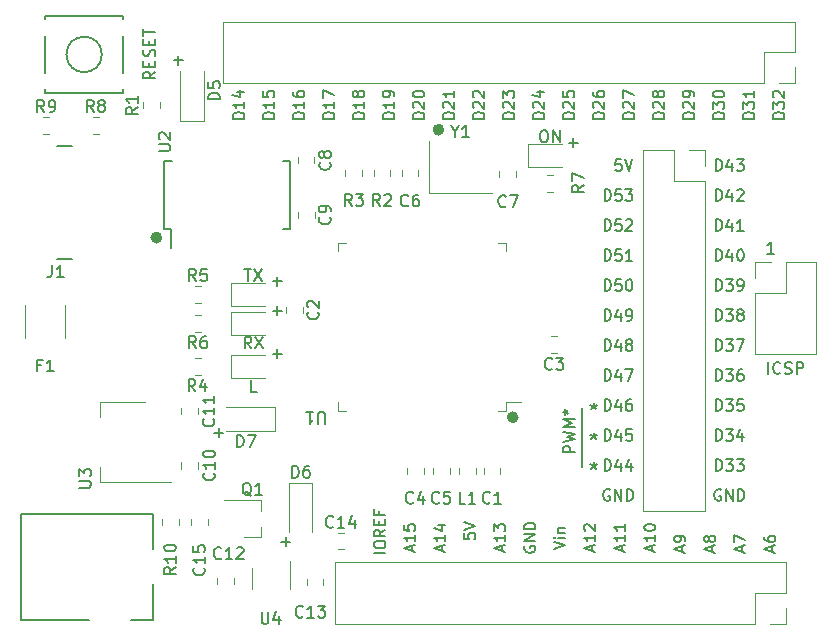
<source format=gto>
G04 #@! TF.GenerationSoftware,KiCad,Pcbnew,(5.1.4)-1*
G04 #@! TF.CreationDate,2020-03-19T18:17:23+09:00*
G04 #@! TF.ProjectId,Meno,4d656e6f-2e6b-4696-9361-645f70636258,rev?*
G04 #@! TF.SameCoordinates,PX6cf7820PY7a67730*
G04 #@! TF.FileFunction,Legend,Top*
G04 #@! TF.FilePolarity,Positive*
%FSLAX46Y46*%
G04 Gerber Fmt 4.6, Leading zero omitted, Abs format (unit mm)*
G04 Created by KiCad (PCBNEW (5.1.4)-1) date 2020-03-19 18:17:23*
%MOMM*%
%LPD*%
G04 APERTURE LIST*
%ADD10C,0.150000*%
%ADD11C,0.500000*%
%ADD12C,0.120000*%
%ADD13C,0.200000*%
%ADD14C,0.152400*%
%ADD15C,0.127000*%
G04 APERTURE END LIST*
D10*
X22079047Y8168572D02*
X22840952Y8168572D01*
X22460000Y7787620D02*
X22460000Y8549524D01*
X16379047Y17368572D02*
X17140952Y17368572D01*
X16760000Y16987620D02*
X16760000Y17749524D01*
D11*
X35620000Y43040000D02*
G75*
G03X35620000Y43040000I-250000J0D01*
G01*
D10*
X50839047Y40520239D02*
X50386666Y40520239D01*
X50341428Y40067858D01*
X50386666Y40113096D01*
X50477142Y40158334D01*
X50703333Y40158334D01*
X50793809Y40113096D01*
X50839047Y40067858D01*
X50884285Y39977381D01*
X50884285Y39751191D01*
X50839047Y39660715D01*
X50793809Y39615477D01*
X50703333Y39570239D01*
X50477142Y39570239D01*
X50386666Y39615477D01*
X50341428Y39660715D01*
X51155714Y40520239D02*
X51472380Y39570239D01*
X51789047Y40520239D01*
X46409047Y41948572D02*
X47170952Y41948572D01*
X46790000Y41567620D02*
X46790000Y42329524D01*
X12939047Y48908572D02*
X13700952Y48908572D01*
X13320000Y48527620D02*
X13320000Y49289524D01*
X21336047Y27728572D02*
X22097952Y27728572D01*
X21717000Y27347620D02*
X21717000Y28109524D01*
X21336047Y30198572D02*
X22097952Y30198572D01*
X21717000Y29817620D02*
X21717000Y30579524D01*
X21336047Y24058572D02*
X22097952Y24058572D01*
X21717000Y23677620D02*
X21717000Y24439524D01*
X20009523Y20837620D02*
X19533333Y20837620D01*
X19533333Y21837620D01*
X46952380Y15714286D02*
X45952380Y15714286D01*
X45952380Y16095239D01*
X46000000Y16190477D01*
X46047619Y16238096D01*
X46142857Y16285715D01*
X46285714Y16285715D01*
X46380952Y16238096D01*
X46428571Y16190477D01*
X46476190Y16095239D01*
X46476190Y15714286D01*
X45952380Y16619048D02*
X46952380Y16857143D01*
X46238095Y17047620D01*
X46952380Y17238096D01*
X45952380Y17476191D01*
X46952380Y17857143D02*
X45952380Y17857143D01*
X46666666Y18190477D01*
X45952380Y18523810D01*
X46952380Y18523810D01*
X45952380Y19142858D02*
X46190476Y19142858D01*
X46095238Y18904762D02*
X46190476Y19142858D01*
X46095238Y19380953D01*
X46380952Y19000000D02*
X46190476Y19142858D01*
X46380952Y19285715D01*
X47500000Y19500000D02*
X47500000Y14500000D01*
X48500000Y19884524D02*
X48500000Y19586905D01*
X48202380Y19705953D02*
X48500000Y19586905D01*
X48797619Y19705953D01*
X48321428Y19348810D02*
X48500000Y19586905D01*
X48678571Y19348810D01*
X48500000Y17384524D02*
X48500000Y17086905D01*
X48202380Y17205953D02*
X48500000Y17086905D01*
X48797619Y17205953D01*
X48321428Y16848810D02*
X48500000Y17086905D01*
X48678571Y16848810D01*
X48500000Y14884524D02*
X48500000Y14586905D01*
X48202380Y14705953D02*
X48500000Y14586905D01*
X48797619Y14705953D01*
X48321428Y14348810D02*
X48500000Y14586905D01*
X48678571Y14348810D01*
X18919761Y43971429D02*
X17969761Y43971429D01*
X17969761Y44197620D01*
X18015000Y44333334D01*
X18105476Y44423810D01*
X18195952Y44469048D01*
X18376904Y44514286D01*
X18512619Y44514286D01*
X18693571Y44469048D01*
X18784047Y44423810D01*
X18874523Y44333334D01*
X18919761Y44197620D01*
X18919761Y43971429D01*
X18919761Y45419048D02*
X18919761Y44876191D01*
X18919761Y45147620D02*
X17969761Y45147620D01*
X18105476Y45057143D01*
X18195952Y44966667D01*
X18241190Y44876191D01*
X18286428Y46233334D02*
X18919761Y46233334D01*
X17924523Y46007143D02*
X18603095Y45780953D01*
X18603095Y46369048D01*
X21459761Y43971429D02*
X20509761Y43971429D01*
X20509761Y44197620D01*
X20555000Y44333334D01*
X20645476Y44423810D01*
X20735952Y44469048D01*
X20916904Y44514286D01*
X21052619Y44514286D01*
X21233571Y44469048D01*
X21324047Y44423810D01*
X21414523Y44333334D01*
X21459761Y44197620D01*
X21459761Y43971429D01*
X21459761Y45419048D02*
X21459761Y44876191D01*
X21459761Y45147620D02*
X20509761Y45147620D01*
X20645476Y45057143D01*
X20735952Y44966667D01*
X20781190Y44876191D01*
X20509761Y46278572D02*
X20509761Y45826191D01*
X20962142Y45780953D01*
X20916904Y45826191D01*
X20871666Y45916667D01*
X20871666Y46142858D01*
X20916904Y46233334D01*
X20962142Y46278572D01*
X21052619Y46323810D01*
X21278809Y46323810D01*
X21369285Y46278572D01*
X21414523Y46233334D01*
X21459761Y46142858D01*
X21459761Y45916667D01*
X21414523Y45826191D01*
X21369285Y45780953D01*
X23999761Y43971429D02*
X23049761Y43971429D01*
X23049761Y44197620D01*
X23095000Y44333334D01*
X23185476Y44423810D01*
X23275952Y44469048D01*
X23456904Y44514286D01*
X23592619Y44514286D01*
X23773571Y44469048D01*
X23864047Y44423810D01*
X23954523Y44333334D01*
X23999761Y44197620D01*
X23999761Y43971429D01*
X23999761Y45419048D02*
X23999761Y44876191D01*
X23999761Y45147620D02*
X23049761Y45147620D01*
X23185476Y45057143D01*
X23275952Y44966667D01*
X23321190Y44876191D01*
X23049761Y46233334D02*
X23049761Y46052381D01*
X23095000Y45961905D01*
X23140238Y45916667D01*
X23275952Y45826191D01*
X23456904Y45780953D01*
X23818809Y45780953D01*
X23909285Y45826191D01*
X23954523Y45871429D01*
X23999761Y45961905D01*
X23999761Y46142858D01*
X23954523Y46233334D01*
X23909285Y46278572D01*
X23818809Y46323810D01*
X23592619Y46323810D01*
X23502142Y46278572D01*
X23456904Y46233334D01*
X23411666Y46142858D01*
X23411666Y45961905D01*
X23456904Y45871429D01*
X23502142Y45826191D01*
X23592619Y45780953D01*
X26539761Y43971429D02*
X25589761Y43971429D01*
X25589761Y44197620D01*
X25635000Y44333334D01*
X25725476Y44423810D01*
X25815952Y44469048D01*
X25996904Y44514286D01*
X26132619Y44514286D01*
X26313571Y44469048D01*
X26404047Y44423810D01*
X26494523Y44333334D01*
X26539761Y44197620D01*
X26539761Y43971429D01*
X26539761Y45419048D02*
X26539761Y44876191D01*
X26539761Y45147620D02*
X25589761Y45147620D01*
X25725476Y45057143D01*
X25815952Y44966667D01*
X25861190Y44876191D01*
X25589761Y45735715D02*
X25589761Y46369048D01*
X26539761Y45961905D01*
X29079761Y43971429D02*
X28129761Y43971429D01*
X28129761Y44197620D01*
X28175000Y44333334D01*
X28265476Y44423810D01*
X28355952Y44469048D01*
X28536904Y44514286D01*
X28672619Y44514286D01*
X28853571Y44469048D01*
X28944047Y44423810D01*
X29034523Y44333334D01*
X29079761Y44197620D01*
X29079761Y43971429D01*
X29079761Y45419048D02*
X29079761Y44876191D01*
X29079761Y45147620D02*
X28129761Y45147620D01*
X28265476Y45057143D01*
X28355952Y44966667D01*
X28401190Y44876191D01*
X28536904Y45961905D02*
X28491666Y45871429D01*
X28446428Y45826191D01*
X28355952Y45780953D01*
X28310714Y45780953D01*
X28220238Y45826191D01*
X28175000Y45871429D01*
X28129761Y45961905D01*
X28129761Y46142858D01*
X28175000Y46233334D01*
X28220238Y46278572D01*
X28310714Y46323810D01*
X28355952Y46323810D01*
X28446428Y46278572D01*
X28491666Y46233334D01*
X28536904Y46142858D01*
X28536904Y45961905D01*
X28582142Y45871429D01*
X28627380Y45826191D01*
X28717857Y45780953D01*
X28898809Y45780953D01*
X28989285Y45826191D01*
X29034523Y45871429D01*
X29079761Y45961905D01*
X29079761Y46142858D01*
X29034523Y46233334D01*
X28989285Y46278572D01*
X28898809Y46323810D01*
X28717857Y46323810D01*
X28627380Y46278572D01*
X28582142Y46233334D01*
X28536904Y46142858D01*
X31619761Y43971429D02*
X30669761Y43971429D01*
X30669761Y44197620D01*
X30715000Y44333334D01*
X30805476Y44423810D01*
X30895952Y44469048D01*
X31076904Y44514286D01*
X31212619Y44514286D01*
X31393571Y44469048D01*
X31484047Y44423810D01*
X31574523Y44333334D01*
X31619761Y44197620D01*
X31619761Y43971429D01*
X31619761Y45419048D02*
X31619761Y44876191D01*
X31619761Y45147620D02*
X30669761Y45147620D01*
X30805476Y45057143D01*
X30895952Y44966667D01*
X30941190Y44876191D01*
X31619761Y45871429D02*
X31619761Y46052381D01*
X31574523Y46142858D01*
X31529285Y46188096D01*
X31393571Y46278572D01*
X31212619Y46323810D01*
X30850714Y46323810D01*
X30760238Y46278572D01*
X30715000Y46233334D01*
X30669761Y46142858D01*
X30669761Y45961905D01*
X30715000Y45871429D01*
X30760238Y45826191D01*
X30850714Y45780953D01*
X31076904Y45780953D01*
X31167380Y45826191D01*
X31212619Y45871429D01*
X31257857Y45961905D01*
X31257857Y46142858D01*
X31212619Y46233334D01*
X31167380Y46278572D01*
X31076904Y46323810D01*
X34159761Y43971429D02*
X33209761Y43971429D01*
X33209761Y44197620D01*
X33255000Y44333334D01*
X33345476Y44423810D01*
X33435952Y44469048D01*
X33616904Y44514286D01*
X33752619Y44514286D01*
X33933571Y44469048D01*
X34024047Y44423810D01*
X34114523Y44333334D01*
X34159761Y44197620D01*
X34159761Y43971429D01*
X33300238Y44876191D02*
X33255000Y44921429D01*
X33209761Y45011905D01*
X33209761Y45238096D01*
X33255000Y45328572D01*
X33300238Y45373810D01*
X33390714Y45419048D01*
X33481190Y45419048D01*
X33616904Y45373810D01*
X34159761Y44830953D01*
X34159761Y45419048D01*
X33209761Y46007143D02*
X33209761Y46097620D01*
X33255000Y46188096D01*
X33300238Y46233334D01*
X33390714Y46278572D01*
X33571666Y46323810D01*
X33797857Y46323810D01*
X33978809Y46278572D01*
X34069285Y46233334D01*
X34114523Y46188096D01*
X34159761Y46097620D01*
X34159761Y46007143D01*
X34114523Y45916667D01*
X34069285Y45871429D01*
X33978809Y45826191D01*
X33797857Y45780953D01*
X33571666Y45780953D01*
X33390714Y45826191D01*
X33300238Y45871429D01*
X33255000Y45916667D01*
X33209761Y46007143D01*
X36699761Y43971429D02*
X35749761Y43971429D01*
X35749761Y44197620D01*
X35795000Y44333334D01*
X35885476Y44423810D01*
X35975952Y44469048D01*
X36156904Y44514286D01*
X36292619Y44514286D01*
X36473571Y44469048D01*
X36564047Y44423810D01*
X36654523Y44333334D01*
X36699761Y44197620D01*
X36699761Y43971429D01*
X35840238Y44876191D02*
X35795000Y44921429D01*
X35749761Y45011905D01*
X35749761Y45238096D01*
X35795000Y45328572D01*
X35840238Y45373810D01*
X35930714Y45419048D01*
X36021190Y45419048D01*
X36156904Y45373810D01*
X36699761Y44830953D01*
X36699761Y45419048D01*
X36699761Y46323810D02*
X36699761Y45780953D01*
X36699761Y46052381D02*
X35749761Y46052381D01*
X35885476Y45961905D01*
X35975952Y45871429D01*
X36021190Y45780953D01*
X39239761Y43971429D02*
X38289761Y43971429D01*
X38289761Y44197620D01*
X38335000Y44333334D01*
X38425476Y44423810D01*
X38515952Y44469048D01*
X38696904Y44514286D01*
X38832619Y44514286D01*
X39013571Y44469048D01*
X39104047Y44423810D01*
X39194523Y44333334D01*
X39239761Y44197620D01*
X39239761Y43971429D01*
X38380238Y44876191D02*
X38335000Y44921429D01*
X38289761Y45011905D01*
X38289761Y45238096D01*
X38335000Y45328572D01*
X38380238Y45373810D01*
X38470714Y45419048D01*
X38561190Y45419048D01*
X38696904Y45373810D01*
X39239761Y44830953D01*
X39239761Y45419048D01*
X38380238Y45780953D02*
X38335000Y45826191D01*
X38289761Y45916667D01*
X38289761Y46142858D01*
X38335000Y46233334D01*
X38380238Y46278572D01*
X38470714Y46323810D01*
X38561190Y46323810D01*
X38696904Y46278572D01*
X39239761Y45735715D01*
X39239761Y46323810D01*
X41779761Y43971429D02*
X40829761Y43971429D01*
X40829761Y44197620D01*
X40875000Y44333334D01*
X40965476Y44423810D01*
X41055952Y44469048D01*
X41236904Y44514286D01*
X41372619Y44514286D01*
X41553571Y44469048D01*
X41644047Y44423810D01*
X41734523Y44333334D01*
X41779761Y44197620D01*
X41779761Y43971429D01*
X40920238Y44876191D02*
X40875000Y44921429D01*
X40829761Y45011905D01*
X40829761Y45238096D01*
X40875000Y45328572D01*
X40920238Y45373810D01*
X41010714Y45419048D01*
X41101190Y45419048D01*
X41236904Y45373810D01*
X41779761Y44830953D01*
X41779761Y45419048D01*
X40829761Y45735715D02*
X40829761Y46323810D01*
X41191666Y46007143D01*
X41191666Y46142858D01*
X41236904Y46233334D01*
X41282142Y46278572D01*
X41372619Y46323810D01*
X41598809Y46323810D01*
X41689285Y46278572D01*
X41734523Y46233334D01*
X41779761Y46142858D01*
X41779761Y45871429D01*
X41734523Y45780953D01*
X41689285Y45735715D01*
X44319761Y43971429D02*
X43369761Y43971429D01*
X43369761Y44197620D01*
X43415000Y44333334D01*
X43505476Y44423810D01*
X43595952Y44469048D01*
X43776904Y44514286D01*
X43912619Y44514286D01*
X44093571Y44469048D01*
X44184047Y44423810D01*
X44274523Y44333334D01*
X44319761Y44197620D01*
X44319761Y43971429D01*
X43460238Y44876191D02*
X43415000Y44921429D01*
X43369761Y45011905D01*
X43369761Y45238096D01*
X43415000Y45328572D01*
X43460238Y45373810D01*
X43550714Y45419048D01*
X43641190Y45419048D01*
X43776904Y45373810D01*
X44319761Y44830953D01*
X44319761Y45419048D01*
X43686428Y46233334D02*
X44319761Y46233334D01*
X43324523Y46007143D02*
X44003095Y45780953D01*
X44003095Y46369048D01*
X46859761Y43971429D02*
X45909761Y43971429D01*
X45909761Y44197620D01*
X45955000Y44333334D01*
X46045476Y44423810D01*
X46135952Y44469048D01*
X46316904Y44514286D01*
X46452619Y44514286D01*
X46633571Y44469048D01*
X46724047Y44423810D01*
X46814523Y44333334D01*
X46859761Y44197620D01*
X46859761Y43971429D01*
X46000238Y44876191D02*
X45955000Y44921429D01*
X45909761Y45011905D01*
X45909761Y45238096D01*
X45955000Y45328572D01*
X46000238Y45373810D01*
X46090714Y45419048D01*
X46181190Y45419048D01*
X46316904Y45373810D01*
X46859761Y44830953D01*
X46859761Y45419048D01*
X45909761Y46278572D02*
X45909761Y45826191D01*
X46362142Y45780953D01*
X46316904Y45826191D01*
X46271666Y45916667D01*
X46271666Y46142858D01*
X46316904Y46233334D01*
X46362142Y46278572D01*
X46452619Y46323810D01*
X46678809Y46323810D01*
X46769285Y46278572D01*
X46814523Y46233334D01*
X46859761Y46142858D01*
X46859761Y45916667D01*
X46814523Y45826191D01*
X46769285Y45780953D01*
X49399761Y43971429D02*
X48449761Y43971429D01*
X48449761Y44197620D01*
X48495000Y44333334D01*
X48585476Y44423810D01*
X48675952Y44469048D01*
X48856904Y44514286D01*
X48992619Y44514286D01*
X49173571Y44469048D01*
X49264047Y44423810D01*
X49354523Y44333334D01*
X49399761Y44197620D01*
X49399761Y43971429D01*
X48540238Y44876191D02*
X48495000Y44921429D01*
X48449761Y45011905D01*
X48449761Y45238096D01*
X48495000Y45328572D01*
X48540238Y45373810D01*
X48630714Y45419048D01*
X48721190Y45419048D01*
X48856904Y45373810D01*
X49399761Y44830953D01*
X49399761Y45419048D01*
X48449761Y46233334D02*
X48449761Y46052381D01*
X48495000Y45961905D01*
X48540238Y45916667D01*
X48675952Y45826191D01*
X48856904Y45780953D01*
X49218809Y45780953D01*
X49309285Y45826191D01*
X49354523Y45871429D01*
X49399761Y45961905D01*
X49399761Y46142858D01*
X49354523Y46233334D01*
X49309285Y46278572D01*
X49218809Y46323810D01*
X48992619Y46323810D01*
X48902142Y46278572D01*
X48856904Y46233334D01*
X48811666Y46142858D01*
X48811666Y45961905D01*
X48856904Y45871429D01*
X48902142Y45826191D01*
X48992619Y45780953D01*
X51939761Y43971429D02*
X50989761Y43971429D01*
X50989761Y44197620D01*
X51035000Y44333334D01*
X51125476Y44423810D01*
X51215952Y44469048D01*
X51396904Y44514286D01*
X51532619Y44514286D01*
X51713571Y44469048D01*
X51804047Y44423810D01*
X51894523Y44333334D01*
X51939761Y44197620D01*
X51939761Y43971429D01*
X51080238Y44876191D02*
X51035000Y44921429D01*
X50989761Y45011905D01*
X50989761Y45238096D01*
X51035000Y45328572D01*
X51080238Y45373810D01*
X51170714Y45419048D01*
X51261190Y45419048D01*
X51396904Y45373810D01*
X51939761Y44830953D01*
X51939761Y45419048D01*
X50989761Y45735715D02*
X50989761Y46369048D01*
X51939761Y45961905D01*
X54479761Y43971429D02*
X53529761Y43971429D01*
X53529761Y44197620D01*
X53575000Y44333334D01*
X53665476Y44423810D01*
X53755952Y44469048D01*
X53936904Y44514286D01*
X54072619Y44514286D01*
X54253571Y44469048D01*
X54344047Y44423810D01*
X54434523Y44333334D01*
X54479761Y44197620D01*
X54479761Y43971429D01*
X53620238Y44876191D02*
X53575000Y44921429D01*
X53529761Y45011905D01*
X53529761Y45238096D01*
X53575000Y45328572D01*
X53620238Y45373810D01*
X53710714Y45419048D01*
X53801190Y45419048D01*
X53936904Y45373810D01*
X54479761Y44830953D01*
X54479761Y45419048D01*
X53936904Y45961905D02*
X53891666Y45871429D01*
X53846428Y45826191D01*
X53755952Y45780953D01*
X53710714Y45780953D01*
X53620238Y45826191D01*
X53575000Y45871429D01*
X53529761Y45961905D01*
X53529761Y46142858D01*
X53575000Y46233334D01*
X53620238Y46278572D01*
X53710714Y46323810D01*
X53755952Y46323810D01*
X53846428Y46278572D01*
X53891666Y46233334D01*
X53936904Y46142858D01*
X53936904Y45961905D01*
X53982142Y45871429D01*
X54027380Y45826191D01*
X54117857Y45780953D01*
X54298809Y45780953D01*
X54389285Y45826191D01*
X54434523Y45871429D01*
X54479761Y45961905D01*
X54479761Y46142858D01*
X54434523Y46233334D01*
X54389285Y46278572D01*
X54298809Y46323810D01*
X54117857Y46323810D01*
X54027380Y46278572D01*
X53982142Y46233334D01*
X53936904Y46142858D01*
X57019761Y43971429D02*
X56069761Y43971429D01*
X56069761Y44197620D01*
X56115000Y44333334D01*
X56205476Y44423810D01*
X56295952Y44469048D01*
X56476904Y44514286D01*
X56612619Y44514286D01*
X56793571Y44469048D01*
X56884047Y44423810D01*
X56974523Y44333334D01*
X57019761Y44197620D01*
X57019761Y43971429D01*
X56160238Y44876191D02*
X56115000Y44921429D01*
X56069761Y45011905D01*
X56069761Y45238096D01*
X56115000Y45328572D01*
X56160238Y45373810D01*
X56250714Y45419048D01*
X56341190Y45419048D01*
X56476904Y45373810D01*
X57019761Y44830953D01*
X57019761Y45419048D01*
X57019761Y45871429D02*
X57019761Y46052381D01*
X56974523Y46142858D01*
X56929285Y46188096D01*
X56793571Y46278572D01*
X56612619Y46323810D01*
X56250714Y46323810D01*
X56160238Y46278572D01*
X56115000Y46233334D01*
X56069761Y46142858D01*
X56069761Y45961905D01*
X56115000Y45871429D01*
X56160238Y45826191D01*
X56250714Y45780953D01*
X56476904Y45780953D01*
X56567380Y45826191D01*
X56612619Y45871429D01*
X56657857Y45961905D01*
X56657857Y46142858D01*
X56612619Y46233334D01*
X56567380Y46278572D01*
X56476904Y46323810D01*
X59559761Y43971429D02*
X58609761Y43971429D01*
X58609761Y44197620D01*
X58655000Y44333334D01*
X58745476Y44423810D01*
X58835952Y44469048D01*
X59016904Y44514286D01*
X59152619Y44514286D01*
X59333571Y44469048D01*
X59424047Y44423810D01*
X59514523Y44333334D01*
X59559761Y44197620D01*
X59559761Y43971429D01*
X58609761Y44830953D02*
X58609761Y45419048D01*
X58971666Y45102381D01*
X58971666Y45238096D01*
X59016904Y45328572D01*
X59062142Y45373810D01*
X59152619Y45419048D01*
X59378809Y45419048D01*
X59469285Y45373810D01*
X59514523Y45328572D01*
X59559761Y45238096D01*
X59559761Y44966667D01*
X59514523Y44876191D01*
X59469285Y44830953D01*
X58609761Y46007143D02*
X58609761Y46097620D01*
X58655000Y46188096D01*
X58700238Y46233334D01*
X58790714Y46278572D01*
X58971666Y46323810D01*
X59197857Y46323810D01*
X59378809Y46278572D01*
X59469285Y46233334D01*
X59514523Y46188096D01*
X59559761Y46097620D01*
X59559761Y46007143D01*
X59514523Y45916667D01*
X59469285Y45871429D01*
X59378809Y45826191D01*
X59197857Y45780953D01*
X58971666Y45780953D01*
X58790714Y45826191D01*
X58700238Y45871429D01*
X58655000Y45916667D01*
X58609761Y46007143D01*
X62099761Y43971429D02*
X61149761Y43971429D01*
X61149761Y44197620D01*
X61195000Y44333334D01*
X61285476Y44423810D01*
X61375952Y44469048D01*
X61556904Y44514286D01*
X61692619Y44514286D01*
X61873571Y44469048D01*
X61964047Y44423810D01*
X62054523Y44333334D01*
X62099761Y44197620D01*
X62099761Y43971429D01*
X61149761Y44830953D02*
X61149761Y45419048D01*
X61511666Y45102381D01*
X61511666Y45238096D01*
X61556904Y45328572D01*
X61602142Y45373810D01*
X61692619Y45419048D01*
X61918809Y45419048D01*
X62009285Y45373810D01*
X62054523Y45328572D01*
X62099761Y45238096D01*
X62099761Y44966667D01*
X62054523Y44876191D01*
X62009285Y44830953D01*
X62099761Y46323810D02*
X62099761Y45780953D01*
X62099761Y46052381D02*
X61149761Y46052381D01*
X61285476Y45961905D01*
X61375952Y45871429D01*
X61421190Y45780953D01*
X64639761Y43971429D02*
X63689761Y43971429D01*
X63689761Y44197620D01*
X63735000Y44333334D01*
X63825476Y44423810D01*
X63915952Y44469048D01*
X64096904Y44514286D01*
X64232619Y44514286D01*
X64413571Y44469048D01*
X64504047Y44423810D01*
X64594523Y44333334D01*
X64639761Y44197620D01*
X64639761Y43971429D01*
X63689761Y44830953D02*
X63689761Y45419048D01*
X64051666Y45102381D01*
X64051666Y45238096D01*
X64096904Y45328572D01*
X64142142Y45373810D01*
X64232619Y45419048D01*
X64458809Y45419048D01*
X64549285Y45373810D01*
X64594523Y45328572D01*
X64639761Y45238096D01*
X64639761Y44966667D01*
X64594523Y44876191D01*
X64549285Y44830953D01*
X63780238Y45780953D02*
X63735000Y45826191D01*
X63689761Y45916667D01*
X63689761Y46142858D01*
X63735000Y46233334D01*
X63780238Y46278572D01*
X63870714Y46323810D01*
X63961190Y46323810D01*
X64096904Y46278572D01*
X64639761Y45735715D01*
X64639761Y46323810D01*
X44210952Y42977620D02*
X44401428Y42977620D01*
X44496666Y42930000D01*
X44591904Y42834762D01*
X44639523Y42644286D01*
X44639523Y42310953D01*
X44591904Y42120477D01*
X44496666Y42025239D01*
X44401428Y41977620D01*
X44210952Y41977620D01*
X44115714Y42025239D01*
X44020476Y42120477D01*
X43972857Y42310953D01*
X43972857Y42644286D01*
X44020476Y42834762D01*
X44115714Y42930000D01*
X44210952Y42977620D01*
X45068095Y41977620D02*
X45068095Y42977620D01*
X45639523Y41977620D01*
X45639523Y42977620D01*
X63785714Y32547620D02*
X63214285Y32547620D01*
X63500000Y32547620D02*
X63500000Y33547620D01*
X63404761Y33404762D01*
X63309523Y33309524D01*
X63214285Y33261905D01*
X58846428Y39570239D02*
X58846428Y40520239D01*
X59072619Y40520239D01*
X59208333Y40475000D01*
X59298809Y40384524D01*
X59344047Y40294048D01*
X59389285Y40113096D01*
X59389285Y39977381D01*
X59344047Y39796429D01*
X59298809Y39705953D01*
X59208333Y39615477D01*
X59072619Y39570239D01*
X58846428Y39570239D01*
X60203571Y40203572D02*
X60203571Y39570239D01*
X59977380Y40565477D02*
X59751190Y39886905D01*
X60339285Y39886905D01*
X60610714Y40520239D02*
X61198809Y40520239D01*
X60882142Y40158334D01*
X61017857Y40158334D01*
X61108333Y40113096D01*
X61153571Y40067858D01*
X61198809Y39977381D01*
X61198809Y39751191D01*
X61153571Y39660715D01*
X61108333Y39615477D01*
X61017857Y39570239D01*
X60746428Y39570239D01*
X60655952Y39615477D01*
X60610714Y39660715D01*
X58846428Y37030239D02*
X58846428Y37980239D01*
X59072619Y37980239D01*
X59208333Y37935000D01*
X59298809Y37844524D01*
X59344047Y37754048D01*
X59389285Y37573096D01*
X59389285Y37437381D01*
X59344047Y37256429D01*
X59298809Y37165953D01*
X59208333Y37075477D01*
X59072619Y37030239D01*
X58846428Y37030239D01*
X60203571Y37663572D02*
X60203571Y37030239D01*
X59977380Y38025477D02*
X59751190Y37346905D01*
X60339285Y37346905D01*
X60655952Y37889762D02*
X60701190Y37935000D01*
X60791666Y37980239D01*
X61017857Y37980239D01*
X61108333Y37935000D01*
X61153571Y37889762D01*
X61198809Y37799286D01*
X61198809Y37708810D01*
X61153571Y37573096D01*
X60610714Y37030239D01*
X61198809Y37030239D01*
X58846428Y34490239D02*
X58846428Y35440239D01*
X59072619Y35440239D01*
X59208333Y35395000D01*
X59298809Y35304524D01*
X59344047Y35214048D01*
X59389285Y35033096D01*
X59389285Y34897381D01*
X59344047Y34716429D01*
X59298809Y34625953D01*
X59208333Y34535477D01*
X59072619Y34490239D01*
X58846428Y34490239D01*
X60203571Y35123572D02*
X60203571Y34490239D01*
X59977380Y35485477D02*
X59751190Y34806905D01*
X60339285Y34806905D01*
X61198809Y34490239D02*
X60655952Y34490239D01*
X60927380Y34490239D02*
X60927380Y35440239D01*
X60836904Y35304524D01*
X60746428Y35214048D01*
X60655952Y35168810D01*
X58846428Y31950239D02*
X58846428Y32900239D01*
X59072619Y32900239D01*
X59208333Y32855000D01*
X59298809Y32764524D01*
X59344047Y32674048D01*
X59389285Y32493096D01*
X59389285Y32357381D01*
X59344047Y32176429D01*
X59298809Y32085953D01*
X59208333Y31995477D01*
X59072619Y31950239D01*
X58846428Y31950239D01*
X60203571Y32583572D02*
X60203571Y31950239D01*
X59977380Y32945477D02*
X59751190Y32266905D01*
X60339285Y32266905D01*
X60882142Y32900239D02*
X60972619Y32900239D01*
X61063095Y32855000D01*
X61108333Y32809762D01*
X61153571Y32719286D01*
X61198809Y32538334D01*
X61198809Y32312143D01*
X61153571Y32131191D01*
X61108333Y32040715D01*
X61063095Y31995477D01*
X60972619Y31950239D01*
X60882142Y31950239D01*
X60791666Y31995477D01*
X60746428Y32040715D01*
X60701190Y32131191D01*
X60655952Y32312143D01*
X60655952Y32538334D01*
X60701190Y32719286D01*
X60746428Y32809762D01*
X60791666Y32855000D01*
X60882142Y32900239D01*
X58846428Y29410239D02*
X58846428Y30360239D01*
X59072619Y30360239D01*
X59208333Y30315000D01*
X59298809Y30224524D01*
X59344047Y30134048D01*
X59389285Y29953096D01*
X59389285Y29817381D01*
X59344047Y29636429D01*
X59298809Y29545953D01*
X59208333Y29455477D01*
X59072619Y29410239D01*
X58846428Y29410239D01*
X59705952Y30360239D02*
X60294047Y30360239D01*
X59977380Y29998334D01*
X60113095Y29998334D01*
X60203571Y29953096D01*
X60248809Y29907858D01*
X60294047Y29817381D01*
X60294047Y29591191D01*
X60248809Y29500715D01*
X60203571Y29455477D01*
X60113095Y29410239D01*
X59841666Y29410239D01*
X59751190Y29455477D01*
X59705952Y29500715D01*
X60746428Y29410239D02*
X60927380Y29410239D01*
X61017857Y29455477D01*
X61063095Y29500715D01*
X61153571Y29636429D01*
X61198809Y29817381D01*
X61198809Y30179286D01*
X61153571Y30269762D01*
X61108333Y30315000D01*
X61017857Y30360239D01*
X60836904Y30360239D01*
X60746428Y30315000D01*
X60701190Y30269762D01*
X60655952Y30179286D01*
X60655952Y29953096D01*
X60701190Y29862620D01*
X60746428Y29817381D01*
X60836904Y29772143D01*
X61017857Y29772143D01*
X61108333Y29817381D01*
X61153571Y29862620D01*
X61198809Y29953096D01*
X58846428Y26870239D02*
X58846428Y27820239D01*
X59072619Y27820239D01*
X59208333Y27775000D01*
X59298809Y27684524D01*
X59344047Y27594048D01*
X59389285Y27413096D01*
X59389285Y27277381D01*
X59344047Y27096429D01*
X59298809Y27005953D01*
X59208333Y26915477D01*
X59072619Y26870239D01*
X58846428Y26870239D01*
X59705952Y27820239D02*
X60294047Y27820239D01*
X59977380Y27458334D01*
X60113095Y27458334D01*
X60203571Y27413096D01*
X60248809Y27367858D01*
X60294047Y27277381D01*
X60294047Y27051191D01*
X60248809Y26960715D01*
X60203571Y26915477D01*
X60113095Y26870239D01*
X59841666Y26870239D01*
X59751190Y26915477D01*
X59705952Y26960715D01*
X60836904Y27413096D02*
X60746428Y27458334D01*
X60701190Y27503572D01*
X60655952Y27594048D01*
X60655952Y27639286D01*
X60701190Y27729762D01*
X60746428Y27775000D01*
X60836904Y27820239D01*
X61017857Y27820239D01*
X61108333Y27775000D01*
X61153571Y27729762D01*
X61198809Y27639286D01*
X61198809Y27594048D01*
X61153571Y27503572D01*
X61108333Y27458334D01*
X61017857Y27413096D01*
X60836904Y27413096D01*
X60746428Y27367858D01*
X60701190Y27322620D01*
X60655952Y27232143D01*
X60655952Y27051191D01*
X60701190Y26960715D01*
X60746428Y26915477D01*
X60836904Y26870239D01*
X61017857Y26870239D01*
X61108333Y26915477D01*
X61153571Y26960715D01*
X61198809Y27051191D01*
X61198809Y27232143D01*
X61153571Y27322620D01*
X61108333Y27367858D01*
X61017857Y27413096D01*
X58846428Y24330239D02*
X58846428Y25280239D01*
X59072619Y25280239D01*
X59208333Y25235000D01*
X59298809Y25144524D01*
X59344047Y25054048D01*
X59389285Y24873096D01*
X59389285Y24737381D01*
X59344047Y24556429D01*
X59298809Y24465953D01*
X59208333Y24375477D01*
X59072619Y24330239D01*
X58846428Y24330239D01*
X59705952Y25280239D02*
X60294047Y25280239D01*
X59977380Y24918334D01*
X60113095Y24918334D01*
X60203571Y24873096D01*
X60248809Y24827858D01*
X60294047Y24737381D01*
X60294047Y24511191D01*
X60248809Y24420715D01*
X60203571Y24375477D01*
X60113095Y24330239D01*
X59841666Y24330239D01*
X59751190Y24375477D01*
X59705952Y24420715D01*
X60610714Y25280239D02*
X61244047Y25280239D01*
X60836904Y24330239D01*
X58846428Y21790239D02*
X58846428Y22740239D01*
X59072619Y22740239D01*
X59208333Y22695000D01*
X59298809Y22604524D01*
X59344047Y22514048D01*
X59389285Y22333096D01*
X59389285Y22197381D01*
X59344047Y22016429D01*
X59298809Y21925953D01*
X59208333Y21835477D01*
X59072619Y21790239D01*
X58846428Y21790239D01*
X59705952Y22740239D02*
X60294047Y22740239D01*
X59977380Y22378334D01*
X60113095Y22378334D01*
X60203571Y22333096D01*
X60248809Y22287858D01*
X60294047Y22197381D01*
X60294047Y21971191D01*
X60248809Y21880715D01*
X60203571Y21835477D01*
X60113095Y21790239D01*
X59841666Y21790239D01*
X59751190Y21835477D01*
X59705952Y21880715D01*
X61108333Y22740239D02*
X60927380Y22740239D01*
X60836904Y22695000D01*
X60791666Y22649762D01*
X60701190Y22514048D01*
X60655952Y22333096D01*
X60655952Y21971191D01*
X60701190Y21880715D01*
X60746428Y21835477D01*
X60836904Y21790239D01*
X61017857Y21790239D01*
X61108333Y21835477D01*
X61153571Y21880715D01*
X61198809Y21971191D01*
X61198809Y22197381D01*
X61153571Y22287858D01*
X61108333Y22333096D01*
X61017857Y22378334D01*
X60836904Y22378334D01*
X60746428Y22333096D01*
X60701190Y22287858D01*
X60655952Y22197381D01*
X49436428Y37030239D02*
X49436428Y37980239D01*
X49662619Y37980239D01*
X49798333Y37935000D01*
X49888809Y37844524D01*
X49934047Y37754048D01*
X49979285Y37573096D01*
X49979285Y37437381D01*
X49934047Y37256429D01*
X49888809Y37165953D01*
X49798333Y37075477D01*
X49662619Y37030239D01*
X49436428Y37030239D01*
X50838809Y37980239D02*
X50386428Y37980239D01*
X50341190Y37527858D01*
X50386428Y37573096D01*
X50476904Y37618334D01*
X50703095Y37618334D01*
X50793571Y37573096D01*
X50838809Y37527858D01*
X50884047Y37437381D01*
X50884047Y37211191D01*
X50838809Y37120715D01*
X50793571Y37075477D01*
X50703095Y37030239D01*
X50476904Y37030239D01*
X50386428Y37075477D01*
X50341190Y37120715D01*
X51200714Y37980239D02*
X51788809Y37980239D01*
X51472142Y37618334D01*
X51607857Y37618334D01*
X51698333Y37573096D01*
X51743571Y37527858D01*
X51788809Y37437381D01*
X51788809Y37211191D01*
X51743571Y37120715D01*
X51698333Y37075477D01*
X51607857Y37030239D01*
X51336428Y37030239D01*
X51245952Y37075477D01*
X51200714Y37120715D01*
X49436428Y34490239D02*
X49436428Y35440239D01*
X49662619Y35440239D01*
X49798333Y35395000D01*
X49888809Y35304524D01*
X49934047Y35214048D01*
X49979285Y35033096D01*
X49979285Y34897381D01*
X49934047Y34716429D01*
X49888809Y34625953D01*
X49798333Y34535477D01*
X49662619Y34490239D01*
X49436428Y34490239D01*
X50838809Y35440239D02*
X50386428Y35440239D01*
X50341190Y34987858D01*
X50386428Y35033096D01*
X50476904Y35078334D01*
X50703095Y35078334D01*
X50793571Y35033096D01*
X50838809Y34987858D01*
X50884047Y34897381D01*
X50884047Y34671191D01*
X50838809Y34580715D01*
X50793571Y34535477D01*
X50703095Y34490239D01*
X50476904Y34490239D01*
X50386428Y34535477D01*
X50341190Y34580715D01*
X51245952Y35349762D02*
X51291190Y35395000D01*
X51381666Y35440239D01*
X51607857Y35440239D01*
X51698333Y35395000D01*
X51743571Y35349762D01*
X51788809Y35259286D01*
X51788809Y35168810D01*
X51743571Y35033096D01*
X51200714Y34490239D01*
X51788809Y34490239D01*
X49436428Y31950239D02*
X49436428Y32900239D01*
X49662619Y32900239D01*
X49798333Y32855000D01*
X49888809Y32764524D01*
X49934047Y32674048D01*
X49979285Y32493096D01*
X49979285Y32357381D01*
X49934047Y32176429D01*
X49888809Y32085953D01*
X49798333Y31995477D01*
X49662619Y31950239D01*
X49436428Y31950239D01*
X50838809Y32900239D02*
X50386428Y32900239D01*
X50341190Y32447858D01*
X50386428Y32493096D01*
X50476904Y32538334D01*
X50703095Y32538334D01*
X50793571Y32493096D01*
X50838809Y32447858D01*
X50884047Y32357381D01*
X50884047Y32131191D01*
X50838809Y32040715D01*
X50793571Y31995477D01*
X50703095Y31950239D01*
X50476904Y31950239D01*
X50386428Y31995477D01*
X50341190Y32040715D01*
X51788809Y31950239D02*
X51245952Y31950239D01*
X51517380Y31950239D02*
X51517380Y32900239D01*
X51426904Y32764524D01*
X51336428Y32674048D01*
X51245952Y32628810D01*
X49436428Y29410239D02*
X49436428Y30360239D01*
X49662619Y30360239D01*
X49798333Y30315000D01*
X49888809Y30224524D01*
X49934047Y30134048D01*
X49979285Y29953096D01*
X49979285Y29817381D01*
X49934047Y29636429D01*
X49888809Y29545953D01*
X49798333Y29455477D01*
X49662619Y29410239D01*
X49436428Y29410239D01*
X50838809Y30360239D02*
X50386428Y30360239D01*
X50341190Y29907858D01*
X50386428Y29953096D01*
X50476904Y29998334D01*
X50703095Y29998334D01*
X50793571Y29953096D01*
X50838809Y29907858D01*
X50884047Y29817381D01*
X50884047Y29591191D01*
X50838809Y29500715D01*
X50793571Y29455477D01*
X50703095Y29410239D01*
X50476904Y29410239D01*
X50386428Y29455477D01*
X50341190Y29500715D01*
X51472142Y30360239D02*
X51562619Y30360239D01*
X51653095Y30315000D01*
X51698333Y30269762D01*
X51743571Y30179286D01*
X51788809Y29998334D01*
X51788809Y29772143D01*
X51743571Y29591191D01*
X51698333Y29500715D01*
X51653095Y29455477D01*
X51562619Y29410239D01*
X51472142Y29410239D01*
X51381666Y29455477D01*
X51336428Y29500715D01*
X51291190Y29591191D01*
X51245952Y29772143D01*
X51245952Y29998334D01*
X51291190Y30179286D01*
X51336428Y30269762D01*
X51381666Y30315000D01*
X51472142Y30360239D01*
X49436428Y26870239D02*
X49436428Y27820239D01*
X49662619Y27820239D01*
X49798333Y27775000D01*
X49888809Y27684524D01*
X49934047Y27594048D01*
X49979285Y27413096D01*
X49979285Y27277381D01*
X49934047Y27096429D01*
X49888809Y27005953D01*
X49798333Y26915477D01*
X49662619Y26870239D01*
X49436428Y26870239D01*
X50793571Y27503572D02*
X50793571Y26870239D01*
X50567380Y27865477D02*
X50341190Y27186905D01*
X50929285Y27186905D01*
X51336428Y26870239D02*
X51517380Y26870239D01*
X51607857Y26915477D01*
X51653095Y26960715D01*
X51743571Y27096429D01*
X51788809Y27277381D01*
X51788809Y27639286D01*
X51743571Y27729762D01*
X51698333Y27775000D01*
X51607857Y27820239D01*
X51426904Y27820239D01*
X51336428Y27775000D01*
X51291190Y27729762D01*
X51245952Y27639286D01*
X51245952Y27413096D01*
X51291190Y27322620D01*
X51336428Y27277381D01*
X51426904Y27232143D01*
X51607857Y27232143D01*
X51698333Y27277381D01*
X51743571Y27322620D01*
X51788809Y27413096D01*
X49436428Y24330239D02*
X49436428Y25280239D01*
X49662619Y25280239D01*
X49798333Y25235000D01*
X49888809Y25144524D01*
X49934047Y25054048D01*
X49979285Y24873096D01*
X49979285Y24737381D01*
X49934047Y24556429D01*
X49888809Y24465953D01*
X49798333Y24375477D01*
X49662619Y24330239D01*
X49436428Y24330239D01*
X50793571Y24963572D02*
X50793571Y24330239D01*
X50567380Y25325477D02*
X50341190Y24646905D01*
X50929285Y24646905D01*
X51426904Y24873096D02*
X51336428Y24918334D01*
X51291190Y24963572D01*
X51245952Y25054048D01*
X51245952Y25099286D01*
X51291190Y25189762D01*
X51336428Y25235000D01*
X51426904Y25280239D01*
X51607857Y25280239D01*
X51698333Y25235000D01*
X51743571Y25189762D01*
X51788809Y25099286D01*
X51788809Y25054048D01*
X51743571Y24963572D01*
X51698333Y24918334D01*
X51607857Y24873096D01*
X51426904Y24873096D01*
X51336428Y24827858D01*
X51291190Y24782620D01*
X51245952Y24692143D01*
X51245952Y24511191D01*
X51291190Y24420715D01*
X51336428Y24375477D01*
X51426904Y24330239D01*
X51607857Y24330239D01*
X51698333Y24375477D01*
X51743571Y24420715D01*
X51788809Y24511191D01*
X51788809Y24692143D01*
X51743571Y24782620D01*
X51698333Y24827858D01*
X51607857Y24873096D01*
X49436428Y21790239D02*
X49436428Y22740239D01*
X49662619Y22740239D01*
X49798333Y22695000D01*
X49888809Y22604524D01*
X49934047Y22514048D01*
X49979285Y22333096D01*
X49979285Y22197381D01*
X49934047Y22016429D01*
X49888809Y21925953D01*
X49798333Y21835477D01*
X49662619Y21790239D01*
X49436428Y21790239D01*
X50793571Y22423572D02*
X50793571Y21790239D01*
X50567380Y22785477D02*
X50341190Y22106905D01*
X50929285Y22106905D01*
X51200714Y22740239D02*
X51834047Y22740239D01*
X51426904Y21790239D01*
X49436428Y19250239D02*
X49436428Y20200239D01*
X49662619Y20200239D01*
X49798333Y20155000D01*
X49888809Y20064524D01*
X49934047Y19974048D01*
X49979285Y19793096D01*
X49979285Y19657381D01*
X49934047Y19476429D01*
X49888809Y19385953D01*
X49798333Y19295477D01*
X49662619Y19250239D01*
X49436428Y19250239D01*
X50793571Y19883572D02*
X50793571Y19250239D01*
X50567380Y20245477D02*
X50341190Y19566905D01*
X50929285Y19566905D01*
X51698333Y20200239D02*
X51517380Y20200239D01*
X51426904Y20155000D01*
X51381666Y20109762D01*
X51291190Y19974048D01*
X51245952Y19793096D01*
X51245952Y19431191D01*
X51291190Y19340715D01*
X51336428Y19295477D01*
X51426904Y19250239D01*
X51607857Y19250239D01*
X51698333Y19295477D01*
X51743571Y19340715D01*
X51788809Y19431191D01*
X51788809Y19657381D01*
X51743571Y19747858D01*
X51698333Y19793096D01*
X51607857Y19838334D01*
X51426904Y19838334D01*
X51336428Y19793096D01*
X51291190Y19747858D01*
X51245952Y19657381D01*
X58846428Y19250239D02*
X58846428Y20200239D01*
X59072619Y20200239D01*
X59208333Y20155000D01*
X59298809Y20064524D01*
X59344047Y19974048D01*
X59389285Y19793096D01*
X59389285Y19657381D01*
X59344047Y19476429D01*
X59298809Y19385953D01*
X59208333Y19295477D01*
X59072619Y19250239D01*
X58846428Y19250239D01*
X59705952Y20200239D02*
X60294047Y20200239D01*
X59977380Y19838334D01*
X60113095Y19838334D01*
X60203571Y19793096D01*
X60248809Y19747858D01*
X60294047Y19657381D01*
X60294047Y19431191D01*
X60248809Y19340715D01*
X60203571Y19295477D01*
X60113095Y19250239D01*
X59841666Y19250239D01*
X59751190Y19295477D01*
X59705952Y19340715D01*
X61153571Y20200239D02*
X60701190Y20200239D01*
X60655952Y19747858D01*
X60701190Y19793096D01*
X60791666Y19838334D01*
X61017857Y19838334D01*
X61108333Y19793096D01*
X61153571Y19747858D01*
X61198809Y19657381D01*
X61198809Y19431191D01*
X61153571Y19340715D01*
X61108333Y19295477D01*
X61017857Y19250239D01*
X60791666Y19250239D01*
X60701190Y19295477D01*
X60655952Y19340715D01*
X58846428Y16710239D02*
X58846428Y17660239D01*
X59072619Y17660239D01*
X59208333Y17615000D01*
X59298809Y17524524D01*
X59344047Y17434048D01*
X59389285Y17253096D01*
X59389285Y17117381D01*
X59344047Y16936429D01*
X59298809Y16845953D01*
X59208333Y16755477D01*
X59072619Y16710239D01*
X58846428Y16710239D01*
X59705952Y17660239D02*
X60294047Y17660239D01*
X59977380Y17298334D01*
X60113095Y17298334D01*
X60203571Y17253096D01*
X60248809Y17207858D01*
X60294047Y17117381D01*
X60294047Y16891191D01*
X60248809Y16800715D01*
X60203571Y16755477D01*
X60113095Y16710239D01*
X59841666Y16710239D01*
X59751190Y16755477D01*
X59705952Y16800715D01*
X61108333Y17343572D02*
X61108333Y16710239D01*
X60882142Y17705477D02*
X60655952Y17026905D01*
X61244047Y17026905D01*
X58846428Y14170239D02*
X58846428Y15120239D01*
X59072619Y15120239D01*
X59208333Y15075000D01*
X59298809Y14984524D01*
X59344047Y14894048D01*
X59389285Y14713096D01*
X59389285Y14577381D01*
X59344047Y14396429D01*
X59298809Y14305953D01*
X59208333Y14215477D01*
X59072619Y14170239D01*
X58846428Y14170239D01*
X59705952Y15120239D02*
X60294047Y15120239D01*
X59977380Y14758334D01*
X60113095Y14758334D01*
X60203571Y14713096D01*
X60248809Y14667858D01*
X60294047Y14577381D01*
X60294047Y14351191D01*
X60248809Y14260715D01*
X60203571Y14215477D01*
X60113095Y14170239D01*
X59841666Y14170239D01*
X59751190Y14215477D01*
X59705952Y14260715D01*
X60610714Y15120239D02*
X61198809Y15120239D01*
X60882142Y14758334D01*
X61017857Y14758334D01*
X61108333Y14713096D01*
X61153571Y14667858D01*
X61198809Y14577381D01*
X61198809Y14351191D01*
X61153571Y14260715D01*
X61108333Y14215477D01*
X61017857Y14170239D01*
X60746428Y14170239D01*
X60655952Y14215477D01*
X60610714Y14260715D01*
X49436428Y16710239D02*
X49436428Y17660239D01*
X49662619Y17660239D01*
X49798333Y17615000D01*
X49888809Y17524524D01*
X49934047Y17434048D01*
X49979285Y17253096D01*
X49979285Y17117381D01*
X49934047Y16936429D01*
X49888809Y16845953D01*
X49798333Y16755477D01*
X49662619Y16710239D01*
X49436428Y16710239D01*
X50793571Y17343572D02*
X50793571Y16710239D01*
X50567380Y17705477D02*
X50341190Y17026905D01*
X50929285Y17026905D01*
X51743571Y17660239D02*
X51291190Y17660239D01*
X51245952Y17207858D01*
X51291190Y17253096D01*
X51381666Y17298334D01*
X51607857Y17298334D01*
X51698333Y17253096D01*
X51743571Y17207858D01*
X51788809Y17117381D01*
X51788809Y16891191D01*
X51743571Y16800715D01*
X51698333Y16755477D01*
X51607857Y16710239D01*
X51381666Y16710239D01*
X51291190Y16755477D01*
X51245952Y16800715D01*
X49436428Y14170239D02*
X49436428Y15120239D01*
X49662619Y15120239D01*
X49798333Y15075000D01*
X49888809Y14984524D01*
X49934047Y14894048D01*
X49979285Y14713096D01*
X49979285Y14577381D01*
X49934047Y14396429D01*
X49888809Y14305953D01*
X49798333Y14215477D01*
X49662619Y14170239D01*
X49436428Y14170239D01*
X50793571Y14803572D02*
X50793571Y14170239D01*
X50567380Y15165477D02*
X50341190Y14486905D01*
X50929285Y14486905D01*
X51698333Y14803572D02*
X51698333Y14170239D01*
X51472142Y15165477D02*
X51245952Y14486905D01*
X51834047Y14486905D01*
X49866190Y12535000D02*
X49775714Y12580239D01*
X49640000Y12580239D01*
X49504285Y12535000D01*
X49413809Y12444524D01*
X49368571Y12354048D01*
X49323333Y12173096D01*
X49323333Y12037381D01*
X49368571Y11856429D01*
X49413809Y11765953D01*
X49504285Y11675477D01*
X49640000Y11630239D01*
X49730476Y11630239D01*
X49866190Y11675477D01*
X49911428Y11720715D01*
X49911428Y12037381D01*
X49730476Y12037381D01*
X50318571Y11630239D02*
X50318571Y12580239D01*
X50861428Y11630239D01*
X50861428Y12580239D01*
X51313809Y11630239D02*
X51313809Y12580239D01*
X51540000Y12580239D01*
X51675714Y12535000D01*
X51766190Y12444524D01*
X51811428Y12354048D01*
X51856666Y12173096D01*
X51856666Y12037381D01*
X51811428Y11856429D01*
X51766190Y11765953D01*
X51675714Y11675477D01*
X51540000Y11630239D01*
X51313809Y11630239D01*
X59276190Y12535000D02*
X59185714Y12580239D01*
X59050000Y12580239D01*
X58914285Y12535000D01*
X58823809Y12444524D01*
X58778571Y12354048D01*
X58733333Y12173096D01*
X58733333Y12037381D01*
X58778571Y11856429D01*
X58823809Y11765953D01*
X58914285Y11675477D01*
X59050000Y11630239D01*
X59140476Y11630239D01*
X59276190Y11675477D01*
X59321428Y11720715D01*
X59321428Y12037381D01*
X59140476Y12037381D01*
X59728571Y11630239D02*
X59728571Y12580239D01*
X60271428Y11630239D01*
X60271428Y12580239D01*
X60723809Y11630239D02*
X60723809Y12580239D01*
X60950000Y12580239D01*
X61085714Y12535000D01*
X61176190Y12444524D01*
X61221428Y12354048D01*
X61266666Y12173096D01*
X61266666Y12037381D01*
X61221428Y11856429D01*
X61176190Y11765953D01*
X61085714Y11675477D01*
X60950000Y11630239D01*
X60723809Y11630239D01*
X63618333Y7321429D02*
X63618333Y7773810D01*
X63889761Y7230953D02*
X62939761Y7547620D01*
X63889761Y7864286D01*
X62939761Y8588096D02*
X62939761Y8407143D01*
X62985000Y8316667D01*
X63030238Y8271429D01*
X63165952Y8180953D01*
X63346904Y8135715D01*
X63708809Y8135715D01*
X63799285Y8180953D01*
X63844523Y8226191D01*
X63889761Y8316667D01*
X63889761Y8497620D01*
X63844523Y8588096D01*
X63799285Y8633334D01*
X63708809Y8678572D01*
X63482619Y8678572D01*
X63392142Y8633334D01*
X63346904Y8588096D01*
X63301666Y8497620D01*
X63301666Y8316667D01*
X63346904Y8226191D01*
X63392142Y8180953D01*
X63482619Y8135715D01*
X61078333Y7321429D02*
X61078333Y7773810D01*
X61349761Y7230953D02*
X60399761Y7547620D01*
X61349761Y7864286D01*
X60399761Y8090477D02*
X60399761Y8723810D01*
X61349761Y8316667D01*
X58538333Y7321429D02*
X58538333Y7773810D01*
X58809761Y7230953D02*
X57859761Y7547620D01*
X58809761Y7864286D01*
X58266904Y8316667D02*
X58221666Y8226191D01*
X58176428Y8180953D01*
X58085952Y8135715D01*
X58040714Y8135715D01*
X57950238Y8180953D01*
X57905000Y8226191D01*
X57859761Y8316667D01*
X57859761Y8497620D01*
X57905000Y8588096D01*
X57950238Y8633334D01*
X58040714Y8678572D01*
X58085952Y8678572D01*
X58176428Y8633334D01*
X58221666Y8588096D01*
X58266904Y8497620D01*
X58266904Y8316667D01*
X58312142Y8226191D01*
X58357380Y8180953D01*
X58447857Y8135715D01*
X58628809Y8135715D01*
X58719285Y8180953D01*
X58764523Y8226191D01*
X58809761Y8316667D01*
X58809761Y8497620D01*
X58764523Y8588096D01*
X58719285Y8633334D01*
X58628809Y8678572D01*
X58447857Y8678572D01*
X58357380Y8633334D01*
X58312142Y8588096D01*
X58266904Y8497620D01*
X55998333Y7321429D02*
X55998333Y7773810D01*
X56269761Y7230953D02*
X55319761Y7547620D01*
X56269761Y7864286D01*
X56269761Y8226191D02*
X56269761Y8407143D01*
X56224523Y8497620D01*
X56179285Y8542858D01*
X56043571Y8633334D01*
X55862619Y8678572D01*
X55500714Y8678572D01*
X55410238Y8633334D01*
X55365000Y8588096D01*
X55319761Y8497620D01*
X55319761Y8316667D01*
X55365000Y8226191D01*
X55410238Y8180953D01*
X55500714Y8135715D01*
X55726904Y8135715D01*
X55817380Y8180953D01*
X55862619Y8226191D01*
X55907857Y8316667D01*
X55907857Y8497620D01*
X55862619Y8588096D01*
X55817380Y8633334D01*
X55726904Y8678572D01*
X53458333Y7369048D02*
X53458333Y7821429D01*
X53729761Y7278572D02*
X52779761Y7595239D01*
X53729761Y7911905D01*
X53729761Y8726191D02*
X53729761Y8183334D01*
X53729761Y8454762D02*
X52779761Y8454762D01*
X52915476Y8364286D01*
X53005952Y8273810D01*
X53051190Y8183334D01*
X52779761Y9314286D02*
X52779761Y9404762D01*
X52825000Y9495239D01*
X52870238Y9540477D01*
X52960714Y9585715D01*
X53141666Y9630953D01*
X53367857Y9630953D01*
X53548809Y9585715D01*
X53639285Y9540477D01*
X53684523Y9495239D01*
X53729761Y9404762D01*
X53729761Y9314286D01*
X53684523Y9223810D01*
X53639285Y9178572D01*
X53548809Y9133334D01*
X53367857Y9088096D01*
X53141666Y9088096D01*
X52960714Y9133334D01*
X52870238Y9178572D01*
X52825000Y9223810D01*
X52779761Y9314286D01*
X50918333Y7369048D02*
X50918333Y7821429D01*
X51189761Y7278572D02*
X50239761Y7595239D01*
X51189761Y7911905D01*
X51189761Y8726191D02*
X51189761Y8183334D01*
X51189761Y8454762D02*
X50239761Y8454762D01*
X50375476Y8364286D01*
X50465952Y8273810D01*
X50511190Y8183334D01*
X51189761Y9630953D02*
X51189761Y9088096D01*
X51189761Y9359524D02*
X50239761Y9359524D01*
X50375476Y9269048D01*
X50465952Y9178572D01*
X50511190Y9088096D01*
X48378333Y7369048D02*
X48378333Y7821429D01*
X48649761Y7278572D02*
X47699761Y7595239D01*
X48649761Y7911905D01*
X48649761Y8726191D02*
X48649761Y8183334D01*
X48649761Y8454762D02*
X47699761Y8454762D01*
X47835476Y8364286D01*
X47925952Y8273810D01*
X47971190Y8183334D01*
X47790238Y9088096D02*
X47745000Y9133334D01*
X47699761Y9223810D01*
X47699761Y9450000D01*
X47745000Y9540477D01*
X47790238Y9585715D01*
X47880714Y9630953D01*
X47971190Y9630953D01*
X48106904Y9585715D01*
X48649761Y9042858D01*
X48649761Y9630953D01*
X45159761Y7527381D02*
X46109761Y7844048D01*
X45159761Y8160715D01*
X46109761Y8477381D02*
X45476428Y8477381D01*
X45159761Y8477381D02*
X45205000Y8432143D01*
X45250238Y8477381D01*
X45205000Y8522620D01*
X45159761Y8477381D01*
X45250238Y8477381D01*
X45476428Y8929762D02*
X46109761Y8929762D01*
X45566904Y8929762D02*
X45521666Y8975000D01*
X45476428Y9065477D01*
X45476428Y9201191D01*
X45521666Y9291667D01*
X45612142Y9336905D01*
X46109761Y9336905D01*
X42665000Y7776191D02*
X42619761Y7685715D01*
X42619761Y7550000D01*
X42665000Y7414286D01*
X42755476Y7323810D01*
X42845952Y7278572D01*
X43026904Y7233334D01*
X43162619Y7233334D01*
X43343571Y7278572D01*
X43434047Y7323810D01*
X43524523Y7414286D01*
X43569761Y7550000D01*
X43569761Y7640477D01*
X43524523Y7776191D01*
X43479285Y7821429D01*
X43162619Y7821429D01*
X43162619Y7640477D01*
X43569761Y8228572D02*
X42619761Y8228572D01*
X43569761Y8771429D01*
X42619761Y8771429D01*
X43569761Y9223810D02*
X42619761Y9223810D01*
X42619761Y9450000D01*
X42665000Y9585715D01*
X42755476Y9676191D01*
X42845952Y9721429D01*
X43026904Y9766667D01*
X43162619Y9766667D01*
X43343571Y9721429D01*
X43434047Y9676191D01*
X43524523Y9585715D01*
X43569761Y9450000D01*
X43569761Y9223810D01*
X40758333Y7369048D02*
X40758333Y7821429D01*
X41029761Y7278572D02*
X40079761Y7595239D01*
X41029761Y7911905D01*
X41029761Y8726191D02*
X41029761Y8183334D01*
X41029761Y8454762D02*
X40079761Y8454762D01*
X40215476Y8364286D01*
X40305952Y8273810D01*
X40351190Y8183334D01*
X40079761Y9042858D02*
X40079761Y9630953D01*
X40441666Y9314286D01*
X40441666Y9450000D01*
X40486904Y9540477D01*
X40532142Y9585715D01*
X40622619Y9630953D01*
X40848809Y9630953D01*
X40939285Y9585715D01*
X40984523Y9540477D01*
X41029761Y9450000D01*
X41029761Y9178572D01*
X40984523Y9088096D01*
X40939285Y9042858D01*
X37539761Y8869048D02*
X37539761Y8416667D01*
X37992142Y8371429D01*
X37946904Y8416667D01*
X37901666Y8507143D01*
X37901666Y8733334D01*
X37946904Y8823810D01*
X37992142Y8869048D01*
X38082619Y8914286D01*
X38308809Y8914286D01*
X38399285Y8869048D01*
X38444523Y8823810D01*
X38489761Y8733334D01*
X38489761Y8507143D01*
X38444523Y8416667D01*
X38399285Y8371429D01*
X37539761Y9185715D02*
X38489761Y9502381D01*
X37539761Y9819048D01*
X35678333Y7369048D02*
X35678333Y7821429D01*
X35949761Y7278572D02*
X34999761Y7595239D01*
X35949761Y7911905D01*
X35949761Y8726191D02*
X35949761Y8183334D01*
X35949761Y8454762D02*
X34999761Y8454762D01*
X35135476Y8364286D01*
X35225952Y8273810D01*
X35271190Y8183334D01*
X35316428Y9540477D02*
X35949761Y9540477D01*
X34954523Y9314286D02*
X35633095Y9088096D01*
X35633095Y9676191D01*
X33138333Y7369048D02*
X33138333Y7821429D01*
X33409761Y7278572D02*
X32459761Y7595239D01*
X33409761Y7911905D01*
X33409761Y8726191D02*
X33409761Y8183334D01*
X33409761Y8454762D02*
X32459761Y8454762D01*
X32595476Y8364286D01*
X32685952Y8273810D01*
X32731190Y8183334D01*
X32459761Y9585715D02*
X32459761Y9133334D01*
X32912142Y9088096D01*
X32866904Y9133334D01*
X32821666Y9223810D01*
X32821666Y9450000D01*
X32866904Y9540477D01*
X32912142Y9585715D01*
X33002619Y9630953D01*
X33228809Y9630953D01*
X33319285Y9585715D01*
X33364523Y9540477D01*
X33409761Y9450000D01*
X33409761Y9223810D01*
X33364523Y9133334D01*
X33319285Y9088096D01*
X30869761Y7190477D02*
X29919761Y7190477D01*
X29919761Y7823810D02*
X29919761Y8004762D01*
X29965000Y8095239D01*
X30055476Y8185715D01*
X30236428Y8230953D01*
X30553095Y8230953D01*
X30734047Y8185715D01*
X30824523Y8095239D01*
X30869761Y8004762D01*
X30869761Y7823810D01*
X30824523Y7733334D01*
X30734047Y7642858D01*
X30553095Y7597620D01*
X30236428Y7597620D01*
X30055476Y7642858D01*
X29965000Y7733334D01*
X29919761Y7823810D01*
X30869761Y9180953D02*
X30417380Y8864286D01*
X30869761Y8638096D02*
X29919761Y8638096D01*
X29919761Y9000000D01*
X29965000Y9090477D01*
X30010238Y9135715D01*
X30100714Y9180953D01*
X30236428Y9180953D01*
X30326904Y9135715D01*
X30372142Y9090477D01*
X30417380Y9000000D01*
X30417380Y8638096D01*
X30372142Y9588096D02*
X30372142Y9904762D01*
X30869761Y10040477D02*
X30869761Y9588096D01*
X29919761Y9588096D01*
X29919761Y10040477D01*
X30372142Y10764286D02*
X30372142Y10447620D01*
X30869761Y10447620D02*
X29919761Y10447620D01*
X29919761Y10900000D01*
X25761904Y18152381D02*
X25761904Y18961905D01*
X25714285Y19057143D01*
X25666666Y19104762D01*
X25571428Y19152381D01*
X25380952Y19152381D01*
X25285714Y19104762D01*
X25238095Y19057143D01*
X25190476Y18961905D01*
X25190476Y18152381D01*
X24190476Y19152381D02*
X24761904Y19152381D01*
X24476190Y19152381D02*
X24476190Y18152381D01*
X24571428Y18295239D01*
X24666666Y18390477D01*
X24761904Y18438096D01*
X19533333Y24517620D02*
X19200000Y24993810D01*
X18961904Y24517620D02*
X18961904Y25517620D01*
X19342857Y25517620D01*
X19438095Y25470000D01*
X19485714Y25422381D01*
X19533333Y25327143D01*
X19533333Y25184286D01*
X19485714Y25089048D01*
X19438095Y25041429D01*
X19342857Y24993810D01*
X18961904Y24993810D01*
X19866666Y25517620D02*
X20533333Y24517620D01*
X20533333Y25517620D02*
X19866666Y24517620D01*
X18938095Y31247620D02*
X19509523Y31247620D01*
X19223809Y30247620D02*
X19223809Y31247620D01*
X19747619Y31247620D02*
X20414285Y30247620D01*
X20414285Y31247620D02*
X19747619Y30247620D01*
X11392380Y47957620D02*
X10916190Y47624286D01*
X11392380Y47386191D02*
X10392380Y47386191D01*
X10392380Y47767143D01*
X10440000Y47862381D01*
X10487619Y47910000D01*
X10582857Y47957620D01*
X10725714Y47957620D01*
X10820952Y47910000D01*
X10868571Y47862381D01*
X10916190Y47767143D01*
X10916190Y47386191D01*
X10868571Y48386191D02*
X10868571Y48719524D01*
X11392380Y48862381D02*
X11392380Y48386191D01*
X10392380Y48386191D01*
X10392380Y48862381D01*
X11344761Y49243334D02*
X11392380Y49386191D01*
X11392380Y49624286D01*
X11344761Y49719524D01*
X11297142Y49767143D01*
X11201904Y49814762D01*
X11106666Y49814762D01*
X11011428Y49767143D01*
X10963809Y49719524D01*
X10916190Y49624286D01*
X10868571Y49433810D01*
X10820952Y49338572D01*
X10773333Y49290953D01*
X10678095Y49243334D01*
X10582857Y49243334D01*
X10487619Y49290953D01*
X10440000Y49338572D01*
X10392380Y49433810D01*
X10392380Y49671905D01*
X10440000Y49814762D01*
X10868571Y50243334D02*
X10868571Y50576667D01*
X11392380Y50719524D02*
X11392380Y50243334D01*
X10392380Y50243334D01*
X10392380Y50719524D01*
X10392380Y51005239D02*
X10392380Y51576667D01*
X11392380Y51290953D02*
X10392380Y51290953D01*
D11*
X11740000Y33900000D02*
G75*
G03X11740000Y33900000I-250000J0D01*
G01*
D10*
X63263809Y22347620D02*
X63263809Y23347620D01*
X64311428Y22442858D02*
X64263809Y22395239D01*
X64120952Y22347620D01*
X64025714Y22347620D01*
X63882857Y22395239D01*
X63787619Y22490477D01*
X63740000Y22585715D01*
X63692380Y22776191D01*
X63692380Y22919048D01*
X63740000Y23109524D01*
X63787619Y23204762D01*
X63882857Y23300000D01*
X64025714Y23347620D01*
X64120952Y23347620D01*
X64263809Y23300000D01*
X64311428Y23252381D01*
X64692380Y22395239D02*
X64835238Y22347620D01*
X65073333Y22347620D01*
X65168571Y22395239D01*
X65216190Y22442858D01*
X65263809Y22538096D01*
X65263809Y22633334D01*
X65216190Y22728572D01*
X65168571Y22776191D01*
X65073333Y22823810D01*
X64882857Y22871429D01*
X64787619Y22919048D01*
X64740000Y22966667D01*
X64692380Y23061905D01*
X64692380Y23157143D01*
X64740000Y23252381D01*
X64787619Y23300000D01*
X64882857Y23347620D01*
X65120952Y23347620D01*
X65263809Y23300000D01*
X65692380Y22347620D02*
X65692380Y23347620D01*
X66073333Y23347620D01*
X66168571Y23300000D01*
X66216190Y23252381D01*
X66263809Y23157143D01*
X66263809Y23014286D01*
X66216190Y22919048D01*
X66168571Y22871429D01*
X66073333Y22823810D01*
X65692380Y22823810D01*
D11*
X41902500Y18687500D02*
G75*
G03X41902500Y18687500I-250000J0D01*
G01*
D12*
X13515680Y43810320D02*
X13520000Y47980000D01*
X15515680Y43810320D02*
X15520000Y47980000D01*
X13515680Y43810320D02*
X15515680Y43810320D01*
X21569680Y17537680D02*
X17400000Y17542000D01*
X21569680Y19537680D02*
X17400000Y19542000D01*
X21569680Y17537680D02*
X21569680Y19537680D01*
X24704320Y13149680D02*
X24700000Y8980000D01*
X22704320Y13149680D02*
X22700000Y8980000D01*
X24704320Y13149680D02*
X22704320Y13149680D01*
X17840000Y22010000D02*
X20700000Y22010000D01*
X17840000Y23930000D02*
X17840000Y22010000D01*
X20700000Y23930000D02*
X17840000Y23930000D01*
X17840000Y25690000D02*
X20700000Y25690000D01*
X17840000Y27610000D02*
X17840000Y25690000D01*
X20700000Y27610000D02*
X17840000Y27610000D01*
X17840000Y28140000D02*
X20700000Y28140000D01*
X17840000Y30060000D02*
X17840000Y28140000D01*
X20700000Y30060000D02*
X17840000Y30060000D01*
X42970000Y39870000D02*
X45830000Y39870000D01*
X42970000Y41790000D02*
X42970000Y39870000D01*
X45830000Y41790000D02*
X42970000Y41790000D01*
X37090000Y14391252D02*
X37090000Y13868748D01*
X38510000Y14391252D02*
X38510000Y13868748D01*
X13590000Y19461252D02*
X13590000Y18938748D01*
X15010000Y19461252D02*
X15010000Y18938748D01*
X15010000Y14338748D02*
X15010000Y14861252D01*
X13590000Y14338748D02*
X13590000Y14861252D01*
X26840548Y7494200D02*
X27363052Y7494200D01*
X26840548Y8914200D02*
X27363052Y8914200D01*
X24200000Y4971252D02*
X24200000Y4448748D01*
X25620000Y4971252D02*
X25620000Y4448748D01*
X16620000Y5081252D02*
X16620000Y4558748D01*
X18040000Y5081252D02*
X18040000Y4558748D01*
X14440000Y10091052D02*
X14440000Y9568548D01*
X15860000Y10091052D02*
X15860000Y9568548D01*
X23470800Y36075252D02*
X23470800Y35552748D01*
X24890800Y36075252D02*
X24890800Y35552748D01*
X23445400Y40698052D02*
X23445400Y40175548D01*
X24865400Y40698052D02*
X24865400Y40175548D01*
X32259200Y39601252D02*
X32259200Y39078748D01*
X33679200Y39601252D02*
X33679200Y39078748D01*
X41950000Y39013748D02*
X41950000Y39536252D01*
X40530000Y39013748D02*
X40530000Y39536252D01*
X44898748Y24120000D02*
X45421252Y24120000D01*
X44898748Y25540000D02*
X45421252Y25540000D01*
X22500000Y28031252D02*
X22500000Y27508748D01*
X23920000Y28031252D02*
X23920000Y27508748D01*
X32690000Y14391252D02*
X32690000Y13868748D01*
X34110000Y14391252D02*
X34110000Y13868748D01*
X34890000Y14391252D02*
X34890000Y13868748D01*
X36310000Y14391252D02*
X36310000Y13868748D01*
X39190000Y14391252D02*
X39190000Y13868748D01*
X40610000Y14391252D02*
X40610000Y13868748D01*
X29871600Y39601252D02*
X29871600Y39078748D01*
X31291600Y39601252D02*
X31291600Y39078748D01*
X27484000Y39601252D02*
X27484000Y39078748D01*
X28904000Y39601252D02*
X28904000Y39078748D01*
X1898748Y42650000D02*
X2421252Y42650000D01*
X1898748Y44070000D02*
X2421252Y44070000D01*
X6088748Y42650000D02*
X6611252Y42650000D01*
X6088748Y44070000D02*
X6611252Y44070000D01*
X11810000Y44838748D02*
X11810000Y45361252D01*
X10390000Y44838748D02*
X10390000Y45361252D01*
X45081252Y39210000D02*
X44558748Y39210000D01*
X45081252Y37790000D02*
X44558748Y37790000D01*
X11964600Y10091052D02*
X11964600Y9568548D01*
X13384600Y10091052D02*
X13384600Y9568548D01*
X15261252Y23680000D02*
X14738748Y23680000D01*
X15261252Y22260000D02*
X14738748Y22260000D01*
X15261252Y27360000D02*
X14738748Y27360000D01*
X15261252Y25940000D02*
X14738748Y25940000D01*
X15261252Y29810000D02*
X14738748Y29810000D01*
X15261252Y28390000D02*
X14738748Y28390000D01*
X3780000Y25413748D02*
X3780000Y28186252D01*
X360000Y25413748D02*
X360000Y28186252D01*
X22770000Y4110000D02*
X22770000Y6560000D01*
X19550000Y5910000D02*
X19550000Y4110000D01*
X20380000Y8510000D02*
X18920000Y8510000D01*
X20380000Y11670000D02*
X17220000Y11670000D01*
X20380000Y11670000D02*
X20380000Y10740000D01*
X20380000Y8510000D02*
X20380000Y9440000D01*
D13*
X4350000Y32060000D02*
X3100000Y32060000D01*
X4350000Y41640000D02*
X3100000Y41640000D01*
D12*
X34540000Y37650000D02*
X39940000Y37650000D01*
X34540000Y42050000D02*
X34540000Y37650000D01*
D14*
X2093400Y46133400D02*
X8646600Y46133400D01*
X8646600Y46133400D02*
X8646600Y46441659D01*
X8646600Y52686600D02*
X2093400Y52686600D01*
X2093400Y52686600D02*
X2093400Y52378341D01*
X2093400Y50941661D02*
X2093400Y47878339D01*
X2093400Y46441659D02*
X2093400Y46133400D01*
X8646600Y47878339D02*
X8646600Y50941661D01*
X8646600Y52378341D02*
X8646600Y52686600D01*
X6868600Y49410000D02*
G75*
G03X6868600Y49410000I-1498600J0D01*
G01*
D15*
X0Y1500000D02*
X0Y10500000D01*
X0Y10500000D02*
X11200000Y10500000D01*
X11200000Y1500000D02*
X9350000Y1500000D01*
X11200000Y10500000D02*
X11200000Y7550000D01*
X5750000Y1500000D02*
X0Y1500000D01*
X11200000Y4550000D02*
X11200000Y1500000D01*
D12*
X52730000Y41330000D02*
X55330000Y41330000D01*
X52730000Y41330000D02*
X52730000Y10730000D01*
X52730000Y10730000D02*
X57930000Y10730000D01*
X57930000Y38730000D02*
X57930000Y10730000D01*
X55330000Y38730000D02*
X57930000Y38730000D01*
X55330000Y41330000D02*
X55330000Y38730000D01*
X57930000Y41330000D02*
X57930000Y40000000D01*
X56600000Y41330000D02*
X57930000Y41330000D01*
X12750000Y13190000D02*
X6740000Y13190000D01*
X10500000Y20010000D02*
X6740000Y20010000D01*
X6740000Y13190000D02*
X6740000Y14450000D01*
X6740000Y20010000D02*
X6740000Y18750000D01*
X64790000Y2535000D02*
X64790000Y1205000D01*
X64790000Y1205000D02*
X63460000Y1205000D01*
X64790000Y3805000D02*
X62190000Y3805000D01*
X62190000Y3805000D02*
X62190000Y1205000D01*
X62190000Y1205000D02*
X26570000Y1205000D01*
X26570000Y6405000D02*
X26570000Y1205000D01*
X64790000Y6405000D02*
X26570000Y6405000D01*
X64790000Y6405000D02*
X64790000Y3805000D01*
X65540000Y48310000D02*
X65540000Y46980000D01*
X65540000Y46980000D02*
X64210000Y46980000D01*
X65540000Y49580000D02*
X62940000Y49580000D01*
X62940000Y49580000D02*
X62940000Y46980000D01*
X62940000Y46980000D02*
X17160000Y46980000D01*
X17160000Y52180000D02*
X17160000Y46980000D01*
X65540000Y52180000D02*
X17160000Y52180000D01*
X65540000Y52180000D02*
X65540000Y49580000D01*
X41100000Y19940000D02*
X42390000Y19940000D01*
X26880000Y33460000D02*
X26880000Y32760000D01*
X27580000Y33460000D02*
X26880000Y33460000D01*
X41100000Y33460000D02*
X41100000Y32760000D01*
X40400000Y33460000D02*
X41100000Y33460000D01*
X26880000Y19240000D02*
X26880000Y19940000D01*
X27580000Y19240000D02*
X26880000Y19240000D01*
X41100000Y19240000D02*
X41100000Y19940000D01*
X40400000Y19240000D02*
X41100000Y19240000D01*
X62170000Y31810000D02*
X63500000Y31810000D01*
X62170000Y30480000D02*
X62170000Y31810000D01*
X64770000Y31810000D02*
X67370000Y31810000D01*
X64770000Y29210000D02*
X64770000Y31810000D01*
X62170000Y29210000D02*
X64770000Y29210000D01*
X67370000Y31810000D02*
X67370000Y24070000D01*
X62170000Y29210000D02*
X62170000Y24070000D01*
X62170000Y24070000D02*
X67370000Y24070000D01*
D10*
X12175000Y34625000D02*
X12750000Y34625000D01*
X12175000Y40375000D02*
X12825000Y40375000D01*
X22825000Y40375000D02*
X22175000Y40375000D01*
X22825000Y34625000D02*
X22175000Y34625000D01*
X12175000Y34625000D02*
X12175000Y40375000D01*
X22825000Y34625000D02*
X22825000Y40375000D01*
X12750000Y34625000D02*
X12750000Y33025000D01*
X16862380Y45601905D02*
X15862380Y45601905D01*
X15862380Y45840000D01*
X15910000Y45982858D01*
X16005238Y46078096D01*
X16100476Y46125715D01*
X16290952Y46173334D01*
X16433809Y46173334D01*
X16624285Y46125715D01*
X16719523Y46078096D01*
X16814761Y45982858D01*
X16862380Y45840000D01*
X16862380Y45601905D01*
X15862380Y47078096D02*
X15862380Y46601905D01*
X16338571Y46554286D01*
X16290952Y46601905D01*
X16243333Y46697143D01*
X16243333Y46935239D01*
X16290952Y47030477D01*
X16338571Y47078096D01*
X16433809Y47125715D01*
X16671904Y47125715D01*
X16767142Y47078096D01*
X16814761Y47030477D01*
X16862380Y46935239D01*
X16862380Y46697143D01*
X16814761Y46601905D01*
X16767142Y46554286D01*
X18311904Y16184620D02*
X18311904Y17184620D01*
X18550000Y17184620D01*
X18692857Y17137000D01*
X18788095Y17041762D01*
X18835714Y16946524D01*
X18883333Y16756048D01*
X18883333Y16613191D01*
X18835714Y16422715D01*
X18788095Y16327477D01*
X18692857Y16232239D01*
X18550000Y16184620D01*
X18311904Y16184620D01*
X19216666Y17184620D02*
X19883333Y17184620D01*
X19454761Y16184620D01*
X22971904Y13577620D02*
X22971904Y14577620D01*
X23210000Y14577620D01*
X23352857Y14530000D01*
X23448095Y14434762D01*
X23495714Y14339524D01*
X23543333Y14149048D01*
X23543333Y14006191D01*
X23495714Y13815715D01*
X23448095Y13720477D01*
X23352857Y13625239D01*
X23210000Y13577620D01*
X22971904Y13577620D01*
X24400476Y14577620D02*
X24210000Y14577620D01*
X24114761Y14530000D01*
X24067142Y14482381D01*
X23971904Y14339524D01*
X23924285Y14149048D01*
X23924285Y13768096D01*
X23971904Y13672858D01*
X24019523Y13625239D01*
X24114761Y13577620D01*
X24305238Y13577620D01*
X24400476Y13625239D01*
X24448095Y13672858D01*
X24495714Y13768096D01*
X24495714Y14006191D01*
X24448095Y14101429D01*
X24400476Y14149048D01*
X24305238Y14196667D01*
X24114761Y14196667D01*
X24019523Y14149048D01*
X23971904Y14101429D01*
X23924285Y14006191D01*
X37633333Y11377620D02*
X37157142Y11377620D01*
X37157142Y12377620D01*
X38490476Y11377620D02*
X37919047Y11377620D01*
X38204761Y11377620D02*
X38204761Y12377620D01*
X38109523Y12234762D01*
X38014285Y12139524D01*
X37919047Y12091905D01*
X16307142Y18557143D02*
X16354761Y18509524D01*
X16402380Y18366667D01*
X16402380Y18271429D01*
X16354761Y18128572D01*
X16259523Y18033334D01*
X16164285Y17985715D01*
X15973809Y17938096D01*
X15830952Y17938096D01*
X15640476Y17985715D01*
X15545238Y18033334D01*
X15450000Y18128572D01*
X15402380Y18271429D01*
X15402380Y18366667D01*
X15450000Y18509524D01*
X15497619Y18557143D01*
X16402380Y19509524D02*
X16402380Y18938096D01*
X16402380Y19223810D02*
X15402380Y19223810D01*
X15545238Y19128572D01*
X15640476Y19033334D01*
X15688095Y18938096D01*
X16402380Y20461905D02*
X16402380Y19890477D01*
X16402380Y20176191D02*
X15402380Y20176191D01*
X15545238Y20080953D01*
X15640476Y19985715D01*
X15688095Y19890477D01*
X16347142Y13957143D02*
X16394761Y13909524D01*
X16442380Y13766667D01*
X16442380Y13671429D01*
X16394761Y13528572D01*
X16299523Y13433334D01*
X16204285Y13385715D01*
X16013809Y13338096D01*
X15870952Y13338096D01*
X15680476Y13385715D01*
X15585238Y13433334D01*
X15490000Y13528572D01*
X15442380Y13671429D01*
X15442380Y13766667D01*
X15490000Y13909524D01*
X15537619Y13957143D01*
X16442380Y14909524D02*
X16442380Y14338096D01*
X16442380Y14623810D02*
X15442380Y14623810D01*
X15585238Y14528572D01*
X15680476Y14433334D01*
X15728095Y14338096D01*
X15442380Y15528572D02*
X15442380Y15623810D01*
X15490000Y15719048D01*
X15537619Y15766667D01*
X15632857Y15814286D01*
X15823333Y15861905D01*
X16061428Y15861905D01*
X16251904Y15814286D01*
X16347142Y15766667D01*
X16394761Y15719048D01*
X16442380Y15623810D01*
X16442380Y15528572D01*
X16394761Y15433334D01*
X16347142Y15385715D01*
X16251904Y15338096D01*
X16061428Y15290477D01*
X15823333Y15290477D01*
X15632857Y15338096D01*
X15537619Y15385715D01*
X15490000Y15433334D01*
X15442380Y15528572D01*
X26458942Y9432858D02*
X26411323Y9385239D01*
X26268466Y9337620D01*
X26173228Y9337620D01*
X26030371Y9385239D01*
X25935133Y9480477D01*
X25887514Y9575715D01*
X25839895Y9766191D01*
X25839895Y9909048D01*
X25887514Y10099524D01*
X25935133Y10194762D01*
X26030371Y10290000D01*
X26173228Y10337620D01*
X26268466Y10337620D01*
X26411323Y10290000D01*
X26458942Y10242381D01*
X27411323Y9337620D02*
X26839895Y9337620D01*
X27125609Y9337620D02*
X27125609Y10337620D01*
X27030371Y10194762D01*
X26935133Y10099524D01*
X26839895Y10051905D01*
X28268466Y10004286D02*
X28268466Y9337620D01*
X28030371Y10385239D02*
X27792276Y9670953D01*
X28411323Y9670953D01*
X23887142Y1822858D02*
X23839523Y1775239D01*
X23696666Y1727620D01*
X23601428Y1727620D01*
X23458571Y1775239D01*
X23363333Y1870477D01*
X23315714Y1965715D01*
X23268095Y2156191D01*
X23268095Y2299048D01*
X23315714Y2489524D01*
X23363333Y2584762D01*
X23458571Y2680000D01*
X23601428Y2727620D01*
X23696666Y2727620D01*
X23839523Y2680000D01*
X23887142Y2632381D01*
X24839523Y1727620D02*
X24268095Y1727620D01*
X24553809Y1727620D02*
X24553809Y2727620D01*
X24458571Y2584762D01*
X24363333Y2489524D01*
X24268095Y2441905D01*
X25172857Y2727620D02*
X25791904Y2727620D01*
X25458571Y2346667D01*
X25601428Y2346667D01*
X25696666Y2299048D01*
X25744285Y2251429D01*
X25791904Y2156191D01*
X25791904Y1918096D01*
X25744285Y1822858D01*
X25696666Y1775239D01*
X25601428Y1727620D01*
X25315714Y1727620D01*
X25220476Y1775239D01*
X25172857Y1822858D01*
X16967142Y6772858D02*
X16919523Y6725239D01*
X16776666Y6677620D01*
X16681428Y6677620D01*
X16538571Y6725239D01*
X16443333Y6820477D01*
X16395714Y6915715D01*
X16348095Y7106191D01*
X16348095Y7249048D01*
X16395714Y7439524D01*
X16443333Y7534762D01*
X16538571Y7630000D01*
X16681428Y7677620D01*
X16776666Y7677620D01*
X16919523Y7630000D01*
X16967142Y7582381D01*
X17919523Y6677620D02*
X17348095Y6677620D01*
X17633809Y6677620D02*
X17633809Y7677620D01*
X17538571Y7534762D01*
X17443333Y7439524D01*
X17348095Y7391905D01*
X18300476Y7582381D02*
X18348095Y7630000D01*
X18443333Y7677620D01*
X18681428Y7677620D01*
X18776666Y7630000D01*
X18824285Y7582381D01*
X18871904Y7487143D01*
X18871904Y7391905D01*
X18824285Y7249048D01*
X18252857Y6677620D01*
X18871904Y6677620D01*
X15507142Y5937143D02*
X15554761Y5889524D01*
X15602380Y5746667D01*
X15602380Y5651429D01*
X15554761Y5508572D01*
X15459523Y5413334D01*
X15364285Y5365715D01*
X15173809Y5318096D01*
X15030952Y5318096D01*
X14840476Y5365715D01*
X14745238Y5413334D01*
X14650000Y5508572D01*
X14602380Y5651429D01*
X14602380Y5746667D01*
X14650000Y5889524D01*
X14697619Y5937143D01*
X15602380Y6889524D02*
X15602380Y6318096D01*
X15602380Y6603810D02*
X14602380Y6603810D01*
X14745238Y6508572D01*
X14840476Y6413334D01*
X14888095Y6318096D01*
X14602380Y7794286D02*
X14602380Y7318096D01*
X15078571Y7270477D01*
X15030952Y7318096D01*
X14983333Y7413334D01*
X14983333Y7651429D01*
X15030952Y7746667D01*
X15078571Y7794286D01*
X15173809Y7841905D01*
X15411904Y7841905D01*
X15507142Y7794286D01*
X15554761Y7746667D01*
X15602380Y7651429D01*
X15602380Y7413334D01*
X15554761Y7318096D01*
X15507142Y7270477D01*
X26147142Y35647334D02*
X26194761Y35599715D01*
X26242380Y35456858D01*
X26242380Y35361620D01*
X26194761Y35218762D01*
X26099523Y35123524D01*
X26004285Y35075905D01*
X25813809Y35028286D01*
X25670952Y35028286D01*
X25480476Y35075905D01*
X25385238Y35123524D01*
X25290000Y35218762D01*
X25242380Y35361620D01*
X25242380Y35456858D01*
X25290000Y35599715D01*
X25337619Y35647334D01*
X26242380Y36123524D02*
X26242380Y36314000D01*
X26194761Y36409239D01*
X26147142Y36456858D01*
X26004285Y36552096D01*
X25813809Y36599715D01*
X25432857Y36599715D01*
X25337619Y36552096D01*
X25290000Y36504477D01*
X25242380Y36409239D01*
X25242380Y36218762D01*
X25290000Y36123524D01*
X25337619Y36075905D01*
X25432857Y36028286D01*
X25670952Y36028286D01*
X25766190Y36075905D01*
X25813809Y36123524D01*
X25861428Y36218762D01*
X25861428Y36409239D01*
X25813809Y36504477D01*
X25766190Y36552096D01*
X25670952Y36599715D01*
X26162542Y40270134D02*
X26210161Y40222515D01*
X26257780Y40079658D01*
X26257780Y39984420D01*
X26210161Y39841562D01*
X26114923Y39746324D01*
X26019685Y39698705D01*
X25829209Y39651086D01*
X25686352Y39651086D01*
X25495876Y39698705D01*
X25400638Y39746324D01*
X25305400Y39841562D01*
X25257780Y39984420D01*
X25257780Y40079658D01*
X25305400Y40222515D01*
X25353019Y40270134D01*
X25686352Y40841562D02*
X25638733Y40746324D01*
X25591114Y40698705D01*
X25495876Y40651086D01*
X25448257Y40651086D01*
X25353019Y40698705D01*
X25305400Y40746324D01*
X25257780Y40841562D01*
X25257780Y41032039D01*
X25305400Y41127277D01*
X25353019Y41174896D01*
X25448257Y41222515D01*
X25495876Y41222515D01*
X25591114Y41174896D01*
X25638733Y41127277D01*
X25686352Y41032039D01*
X25686352Y40841562D01*
X25733971Y40746324D01*
X25781590Y40698705D01*
X25876828Y40651086D01*
X26067304Y40651086D01*
X26162542Y40698705D01*
X26210161Y40746324D01*
X26257780Y40841562D01*
X26257780Y41032039D01*
X26210161Y41127277D01*
X26162542Y41174896D01*
X26067304Y41222515D01*
X25876828Y41222515D01*
X25781590Y41174896D01*
X25733971Y41127277D01*
X25686352Y41032039D01*
X32802533Y36632858D02*
X32754914Y36585239D01*
X32612057Y36537620D01*
X32516819Y36537620D01*
X32373961Y36585239D01*
X32278723Y36680477D01*
X32231104Y36775715D01*
X32183485Y36966191D01*
X32183485Y37109048D01*
X32231104Y37299524D01*
X32278723Y37394762D01*
X32373961Y37490000D01*
X32516819Y37537620D01*
X32612057Y37537620D01*
X32754914Y37490000D01*
X32802533Y37442381D01*
X33659676Y37537620D02*
X33469200Y37537620D01*
X33373961Y37490000D01*
X33326342Y37442381D01*
X33231104Y37299524D01*
X33183485Y37109048D01*
X33183485Y36728096D01*
X33231104Y36632858D01*
X33278723Y36585239D01*
X33373961Y36537620D01*
X33564438Y36537620D01*
X33659676Y36585239D01*
X33707295Y36632858D01*
X33754914Y36728096D01*
X33754914Y36966191D01*
X33707295Y37061429D01*
X33659676Y37109048D01*
X33564438Y37156667D01*
X33373961Y37156667D01*
X33278723Y37109048D01*
X33231104Y37061429D01*
X33183485Y36966191D01*
X41073333Y36567858D02*
X41025714Y36520239D01*
X40882857Y36472620D01*
X40787619Y36472620D01*
X40644761Y36520239D01*
X40549523Y36615477D01*
X40501904Y36710715D01*
X40454285Y36901191D01*
X40454285Y37044048D01*
X40501904Y37234524D01*
X40549523Y37329762D01*
X40644761Y37425000D01*
X40787619Y37472620D01*
X40882857Y37472620D01*
X41025714Y37425000D01*
X41073333Y37377381D01*
X41406666Y37472620D02*
X42073333Y37472620D01*
X41644761Y36472620D01*
X44993333Y22812858D02*
X44945714Y22765239D01*
X44802857Y22717620D01*
X44707619Y22717620D01*
X44564761Y22765239D01*
X44469523Y22860477D01*
X44421904Y22955715D01*
X44374285Y23146191D01*
X44374285Y23289048D01*
X44421904Y23479524D01*
X44469523Y23574762D01*
X44564761Y23670000D01*
X44707619Y23717620D01*
X44802857Y23717620D01*
X44945714Y23670000D01*
X44993333Y23622381D01*
X45326666Y23717620D02*
X45945714Y23717620D01*
X45612380Y23336667D01*
X45755238Y23336667D01*
X45850476Y23289048D01*
X45898095Y23241429D01*
X45945714Y23146191D01*
X45945714Y22908096D01*
X45898095Y22812858D01*
X45850476Y22765239D01*
X45755238Y22717620D01*
X45469523Y22717620D01*
X45374285Y22765239D01*
X45326666Y22812858D01*
X25147142Y27603334D02*
X25194761Y27555715D01*
X25242380Y27412858D01*
X25242380Y27317620D01*
X25194761Y27174762D01*
X25099523Y27079524D01*
X25004285Y27031905D01*
X24813809Y26984286D01*
X24670952Y26984286D01*
X24480476Y27031905D01*
X24385238Y27079524D01*
X24290000Y27174762D01*
X24242380Y27317620D01*
X24242380Y27412858D01*
X24290000Y27555715D01*
X24337619Y27603334D01*
X24337619Y27984286D02*
X24290000Y28031905D01*
X24242380Y28127143D01*
X24242380Y28365239D01*
X24290000Y28460477D01*
X24337619Y28508096D01*
X24432857Y28555715D01*
X24528095Y28555715D01*
X24670952Y28508096D01*
X25242380Y27936667D01*
X25242380Y28555715D01*
X33233333Y11472858D02*
X33185714Y11425239D01*
X33042857Y11377620D01*
X32947619Y11377620D01*
X32804761Y11425239D01*
X32709523Y11520477D01*
X32661904Y11615715D01*
X32614285Y11806191D01*
X32614285Y11949048D01*
X32661904Y12139524D01*
X32709523Y12234762D01*
X32804761Y12330000D01*
X32947619Y12377620D01*
X33042857Y12377620D01*
X33185714Y12330000D01*
X33233333Y12282381D01*
X34090476Y12044286D02*
X34090476Y11377620D01*
X33852380Y12425239D02*
X33614285Y11710953D01*
X34233333Y11710953D01*
X35433333Y11472858D02*
X35385714Y11425239D01*
X35242857Y11377620D01*
X35147619Y11377620D01*
X35004761Y11425239D01*
X34909523Y11520477D01*
X34861904Y11615715D01*
X34814285Y11806191D01*
X34814285Y11949048D01*
X34861904Y12139524D01*
X34909523Y12234762D01*
X35004761Y12330000D01*
X35147619Y12377620D01*
X35242857Y12377620D01*
X35385714Y12330000D01*
X35433333Y12282381D01*
X36338095Y12377620D02*
X35861904Y12377620D01*
X35814285Y11901429D01*
X35861904Y11949048D01*
X35957142Y11996667D01*
X36195238Y11996667D01*
X36290476Y11949048D01*
X36338095Y11901429D01*
X36385714Y11806191D01*
X36385714Y11568096D01*
X36338095Y11472858D01*
X36290476Y11425239D01*
X36195238Y11377620D01*
X35957142Y11377620D01*
X35861904Y11425239D01*
X35814285Y11472858D01*
X39733333Y11472858D02*
X39685714Y11425239D01*
X39542857Y11377620D01*
X39447619Y11377620D01*
X39304761Y11425239D01*
X39209523Y11520477D01*
X39161904Y11615715D01*
X39114285Y11806191D01*
X39114285Y11949048D01*
X39161904Y12139524D01*
X39209523Y12234762D01*
X39304761Y12330000D01*
X39447619Y12377620D01*
X39542857Y12377620D01*
X39685714Y12330000D01*
X39733333Y12282381D01*
X40685714Y11377620D02*
X40114285Y11377620D01*
X40400000Y11377620D02*
X40400000Y12377620D01*
X40304761Y12234762D01*
X40209523Y12139524D01*
X40114285Y12091905D01*
X30414933Y36595020D02*
X30081600Y37071210D01*
X29843504Y36595020D02*
X29843504Y37595020D01*
X30224457Y37595020D01*
X30319695Y37547400D01*
X30367314Y37499781D01*
X30414933Y37404543D01*
X30414933Y37261686D01*
X30367314Y37166448D01*
X30319695Y37118829D01*
X30224457Y37071210D01*
X29843504Y37071210D01*
X30795885Y37499781D02*
X30843504Y37547400D01*
X30938742Y37595020D01*
X31176838Y37595020D01*
X31272076Y37547400D01*
X31319695Y37499781D01*
X31367314Y37404543D01*
X31367314Y37309305D01*
X31319695Y37166448D01*
X30748266Y36595020D01*
X31367314Y36595020D01*
X28027333Y36595020D02*
X27694000Y37071210D01*
X27455904Y36595020D02*
X27455904Y37595020D01*
X27836857Y37595020D01*
X27932095Y37547400D01*
X27979714Y37499781D01*
X28027333Y37404543D01*
X28027333Y37261686D01*
X27979714Y37166448D01*
X27932095Y37118829D01*
X27836857Y37071210D01*
X27455904Y37071210D01*
X28360666Y37595020D02*
X28979714Y37595020D01*
X28646380Y37214067D01*
X28789238Y37214067D01*
X28884476Y37166448D01*
X28932095Y37118829D01*
X28979714Y37023591D01*
X28979714Y36785496D01*
X28932095Y36690258D01*
X28884476Y36642639D01*
X28789238Y36595020D01*
X28503523Y36595020D01*
X28408285Y36642639D01*
X28360666Y36690258D01*
X1993333Y44537620D02*
X1660000Y45013810D01*
X1421904Y44537620D02*
X1421904Y45537620D01*
X1802857Y45537620D01*
X1898095Y45490000D01*
X1945714Y45442381D01*
X1993333Y45347143D01*
X1993333Y45204286D01*
X1945714Y45109048D01*
X1898095Y45061429D01*
X1802857Y45013810D01*
X1421904Y45013810D01*
X2469523Y44537620D02*
X2660000Y44537620D01*
X2755238Y44585239D01*
X2802857Y44632858D01*
X2898095Y44775715D01*
X2945714Y44966191D01*
X2945714Y45347143D01*
X2898095Y45442381D01*
X2850476Y45490000D01*
X2755238Y45537620D01*
X2564761Y45537620D01*
X2469523Y45490000D01*
X2421904Y45442381D01*
X2374285Y45347143D01*
X2374285Y45109048D01*
X2421904Y45013810D01*
X2469523Y44966191D01*
X2564761Y44918572D01*
X2755238Y44918572D01*
X2850476Y44966191D01*
X2898095Y45013810D01*
X2945714Y45109048D01*
X6183333Y44537620D02*
X5850000Y45013810D01*
X5611904Y44537620D02*
X5611904Y45537620D01*
X5992857Y45537620D01*
X6088095Y45490000D01*
X6135714Y45442381D01*
X6183333Y45347143D01*
X6183333Y45204286D01*
X6135714Y45109048D01*
X6088095Y45061429D01*
X5992857Y45013810D01*
X5611904Y45013810D01*
X6754761Y45109048D02*
X6659523Y45156667D01*
X6611904Y45204286D01*
X6564285Y45299524D01*
X6564285Y45347143D01*
X6611904Y45442381D01*
X6659523Y45490000D01*
X6754761Y45537620D01*
X6945238Y45537620D01*
X7040476Y45490000D01*
X7088095Y45442381D01*
X7135714Y45347143D01*
X7135714Y45299524D01*
X7088095Y45204286D01*
X7040476Y45156667D01*
X6945238Y45109048D01*
X6754761Y45109048D01*
X6659523Y45061429D01*
X6611904Y45013810D01*
X6564285Y44918572D01*
X6564285Y44728096D01*
X6611904Y44632858D01*
X6659523Y44585239D01*
X6754761Y44537620D01*
X6945238Y44537620D01*
X7040476Y44585239D01*
X7088095Y44632858D01*
X7135714Y44728096D01*
X7135714Y44918572D01*
X7088095Y45013810D01*
X7040476Y45061429D01*
X6945238Y45109048D01*
X9892380Y44933334D02*
X9416190Y44600000D01*
X9892380Y44361905D02*
X8892380Y44361905D01*
X8892380Y44742858D01*
X8940000Y44838096D01*
X8987619Y44885715D01*
X9082857Y44933334D01*
X9225714Y44933334D01*
X9320952Y44885715D01*
X9368571Y44838096D01*
X9416190Y44742858D01*
X9416190Y44361905D01*
X9892380Y45885715D02*
X9892380Y45314286D01*
X9892380Y45600000D02*
X8892380Y45600000D01*
X9035238Y45504762D01*
X9130476Y45409524D01*
X9178095Y45314286D01*
X47692380Y38333334D02*
X47216190Y38000000D01*
X47692380Y37761905D02*
X46692380Y37761905D01*
X46692380Y38142858D01*
X46740000Y38238096D01*
X46787619Y38285715D01*
X46882857Y38333334D01*
X47025714Y38333334D01*
X47120952Y38285715D01*
X47168571Y38238096D01*
X47216190Y38142858D01*
X47216190Y37761905D01*
X46692380Y38666667D02*
X46692380Y39333334D01*
X47692380Y38904762D01*
X13152380Y6007143D02*
X12676190Y5673810D01*
X13152380Y5435715D02*
X12152380Y5435715D01*
X12152380Y5816667D01*
X12200000Y5911905D01*
X12247619Y5959524D01*
X12342857Y6007143D01*
X12485714Y6007143D01*
X12580952Y5959524D01*
X12628571Y5911905D01*
X12676190Y5816667D01*
X12676190Y5435715D01*
X13152380Y6959524D02*
X13152380Y6388096D01*
X13152380Y6673810D02*
X12152380Y6673810D01*
X12295238Y6578572D01*
X12390476Y6483334D01*
X12438095Y6388096D01*
X12152380Y7578572D02*
X12152380Y7673810D01*
X12200000Y7769048D01*
X12247619Y7816667D01*
X12342857Y7864286D01*
X12533333Y7911905D01*
X12771428Y7911905D01*
X12961904Y7864286D01*
X13057142Y7816667D01*
X13104761Y7769048D01*
X13152380Y7673810D01*
X13152380Y7578572D01*
X13104761Y7483334D01*
X13057142Y7435715D01*
X12961904Y7388096D01*
X12771428Y7340477D01*
X12533333Y7340477D01*
X12342857Y7388096D01*
X12247619Y7435715D01*
X12200000Y7483334D01*
X12152380Y7578572D01*
X14789333Y20897620D02*
X14456000Y21373810D01*
X14217904Y20897620D02*
X14217904Y21897620D01*
X14598857Y21897620D01*
X14694095Y21850000D01*
X14741714Y21802381D01*
X14789333Y21707143D01*
X14789333Y21564286D01*
X14741714Y21469048D01*
X14694095Y21421429D01*
X14598857Y21373810D01*
X14217904Y21373810D01*
X15646476Y21564286D02*
X15646476Y20897620D01*
X15408380Y21945239D02*
X15170285Y21230953D01*
X15789333Y21230953D01*
X14833333Y24547620D02*
X14500000Y25023810D01*
X14261904Y24547620D02*
X14261904Y25547620D01*
X14642857Y25547620D01*
X14738095Y25500000D01*
X14785714Y25452381D01*
X14833333Y25357143D01*
X14833333Y25214286D01*
X14785714Y25119048D01*
X14738095Y25071429D01*
X14642857Y25023810D01*
X14261904Y25023810D01*
X15690476Y25547620D02*
X15500000Y25547620D01*
X15404761Y25500000D01*
X15357142Y25452381D01*
X15261904Y25309524D01*
X15214285Y25119048D01*
X15214285Y24738096D01*
X15261904Y24642858D01*
X15309523Y24595239D01*
X15404761Y24547620D01*
X15595238Y24547620D01*
X15690476Y24595239D01*
X15738095Y24642858D01*
X15785714Y24738096D01*
X15785714Y24976191D01*
X15738095Y25071429D01*
X15690476Y25119048D01*
X15595238Y25166667D01*
X15404761Y25166667D01*
X15309523Y25119048D01*
X15261904Y25071429D01*
X15214285Y24976191D01*
X14833333Y30237620D02*
X14500000Y30713810D01*
X14261904Y30237620D02*
X14261904Y31237620D01*
X14642857Y31237620D01*
X14738095Y31190000D01*
X14785714Y31142381D01*
X14833333Y31047143D01*
X14833333Y30904286D01*
X14785714Y30809048D01*
X14738095Y30761429D01*
X14642857Y30713810D01*
X14261904Y30713810D01*
X15738095Y31237620D02*
X15261904Y31237620D01*
X15214285Y30761429D01*
X15261904Y30809048D01*
X15357142Y30856667D01*
X15595238Y30856667D01*
X15690476Y30809048D01*
X15738095Y30761429D01*
X15785714Y30666191D01*
X15785714Y30428096D01*
X15738095Y30332858D01*
X15690476Y30285239D01*
X15595238Y30237620D01*
X15357142Y30237620D01*
X15261904Y30285239D01*
X15214285Y30332858D01*
X1736666Y23091429D02*
X1403333Y23091429D01*
X1403333Y22567620D02*
X1403333Y23567620D01*
X1879523Y23567620D01*
X2784285Y22567620D02*
X2212857Y22567620D01*
X2498571Y22567620D02*
X2498571Y23567620D01*
X2403333Y23424762D01*
X2308095Y23329524D01*
X2212857Y23281905D01*
X20398095Y2197620D02*
X20398095Y1388096D01*
X20445714Y1292858D01*
X20493333Y1245239D01*
X20588571Y1197620D01*
X20779047Y1197620D01*
X20874285Y1245239D01*
X20921904Y1292858D01*
X20969523Y1388096D01*
X20969523Y2197620D01*
X21874285Y1864286D02*
X21874285Y1197620D01*
X21636190Y2245239D02*
X21398095Y1530953D01*
X22017142Y1530953D01*
X19524761Y12042381D02*
X19429523Y12090000D01*
X19334285Y12185239D01*
X19191428Y12328096D01*
X19096190Y12375715D01*
X19000952Y12375715D01*
X19048571Y12137620D02*
X18953333Y12185239D01*
X18858095Y12280477D01*
X18810476Y12470953D01*
X18810476Y12804286D01*
X18858095Y12994762D01*
X18953333Y13090000D01*
X19048571Y13137620D01*
X19239047Y13137620D01*
X19334285Y13090000D01*
X19429523Y12994762D01*
X19477142Y12804286D01*
X19477142Y12470953D01*
X19429523Y12280477D01*
X19334285Y12185239D01*
X19239047Y12137620D01*
X19048571Y12137620D01*
X20429523Y12137620D02*
X19858095Y12137620D01*
X20143809Y12137620D02*
X20143809Y13137620D01*
X20048571Y12994762D01*
X19953333Y12899524D01*
X19858095Y12851905D01*
X2646666Y31547620D02*
X2646666Y30833334D01*
X2599047Y30690477D01*
X2503809Y30595239D01*
X2360952Y30547620D01*
X2265714Y30547620D01*
X3646666Y30547620D02*
X3075238Y30547620D01*
X3360952Y30547620D02*
X3360952Y31547620D01*
X3265714Y31404762D01*
X3170476Y31309524D01*
X3075238Y31261905D01*
X36763809Y42873810D02*
X36763809Y42397620D01*
X36430476Y43397620D02*
X36763809Y42873810D01*
X37097142Y43397620D01*
X37954285Y42397620D02*
X37382857Y42397620D01*
X37668571Y42397620D02*
X37668571Y43397620D01*
X37573333Y43254762D01*
X37478095Y43159524D01*
X37382857Y43111905D01*
X4952380Y12738096D02*
X5761904Y12738096D01*
X5857142Y12785715D01*
X5904761Y12833334D01*
X5952380Y12928572D01*
X5952380Y13119048D01*
X5904761Y13214286D01*
X5857142Y13261905D01*
X5761904Y13309524D01*
X4952380Y13309524D01*
X4952380Y13690477D02*
X4952380Y14309524D01*
X5333333Y13976191D01*
X5333333Y14119048D01*
X5380952Y14214286D01*
X5428571Y14261905D01*
X5523809Y14309524D01*
X5761904Y14309524D01*
X5857142Y14261905D01*
X5904761Y14214286D01*
X5952380Y14119048D01*
X5952380Y13833334D01*
X5904761Y13738096D01*
X5857142Y13690477D01*
X11677380Y41238096D02*
X12486904Y41238096D01*
X12582142Y41285715D01*
X12629761Y41333334D01*
X12677380Y41428572D01*
X12677380Y41619048D01*
X12629761Y41714286D01*
X12582142Y41761905D01*
X12486904Y41809524D01*
X11677380Y41809524D01*
X11772619Y42238096D02*
X11725000Y42285715D01*
X11677380Y42380953D01*
X11677380Y42619048D01*
X11725000Y42714286D01*
X11772619Y42761905D01*
X11867857Y42809524D01*
X11963095Y42809524D01*
X12105952Y42761905D01*
X12677380Y42190477D01*
X12677380Y42809524D01*
M02*

</source>
